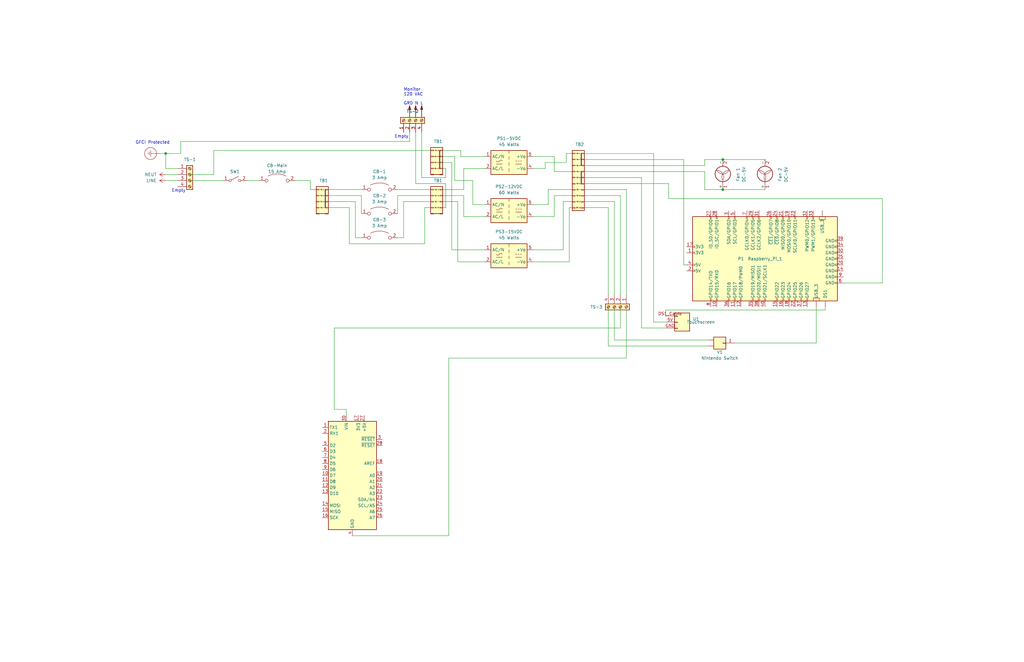
<source format=kicad_sch>
(kicad_sch (version 20230121) (generator eeschema)

  (uuid ad70d9c8-e052-475d-87b0-b315bbcc2009)

  (paper "B")

  (lib_symbols
    (symbol "BAC05S05DC_1" (in_bom yes) (on_board yes)
      (property "Reference" "PS?" (at 0 9.9271 0)
        (effects (font (size 1.27 1.27)))
      )
      (property "Value" "BAC05S05DC_1" (at 0 7.3871 0)
        (effects (font (size 1.27 1.27)))
      )
      (property "Footprint" "Converter_ACDC:Converter_ACDC_Murata_BAC05SxxDC_THT" (at 0 -8.89 0)
        (effects (font (size 1.27 1.27)) hide)
      )
      (property "Datasheet" "https://www.murata.com/products/productdata/8809982558238/KAC-BAC05.pdf" (at 0 -11.43 0)
        (effects (font (size 1.27 1.27)) hide)
      )
      (property "ki_keywords" "Miniature Module-type Power Supply muRataPs" (at 0 0 0)
        (effects (font (size 1.27 1.27)) hide)
      )
      (property "ki_description" "5V, 1A, 5W, Isolated, AC-DC" (at 0 0 0)
        (effects (font (size 1.27 1.27)) hide)
      )
      (property "ki_fp_filters" "Converter*ACDC*Murata*BAC05S*DC*THT*" (at 0 0 0)
        (effects (font (size 1.27 1.27)) hide)
      )
      (symbol "BAC05S05DC_1_0_1"
        (rectangle (start -7.62 5.08) (end 7.62 -5.08)
          (stroke (width 0.254) (type default))
          (fill (type background))
        )
        (arc (start -5.334 0.635) (mid -4.699 0.2495) (end -4.064 0.635)
          (stroke (width 0) (type default))
          (fill (type none))
        )
        (arc (start -2.794 0.635) (mid -3.429 1.0072) (end -4.064 0.635)
          (stroke (width 0) (type default))
          (fill (type none))
        )
        (polyline
          (pts
            (xy -5.334 -0.635)
            (xy -2.794 -0.635)
          )
          (stroke (width 0) (type default))
          (fill (type none))
        )
        (polyline
          (pts
            (xy 0 -2.54)
            (xy 0 -3.81)
          )
          (stroke (width 0) (type default))
          (fill (type none))
        )
        (polyline
          (pts
            (xy 0 0)
            (xy 0 -1.27)
          )
          (stroke (width 0) (type default))
          (fill (type none))
        )
        (polyline
          (pts
            (xy 0 2.54)
            (xy 0 1.27)
          )
          (stroke (width 0) (type default))
          (fill (type none))
        )
        (polyline
          (pts
            (xy 0 5.08)
            (xy 0 3.81)
          )
          (stroke (width 0) (type default))
          (fill (type none))
        )
        (polyline
          (pts
            (xy 2.794 -0.635)
            (xy 5.334 -0.635)
          )
          (stroke (width 0) (type default))
          (fill (type none))
        )
        (polyline
          (pts
            (xy 2.794 0.635)
            (xy 3.302 0.635)
          )
          (stroke (width 0) (type default))
          (fill (type none))
        )
        (polyline
          (pts
            (xy 3.81 0.635)
            (xy 4.318 0.635)
          )
          (stroke (width 0) (type default))
          (fill (type none))
        )
        (polyline
          (pts
            (xy 4.826 0.635)
            (xy 5.334 0.635)
          )
          (stroke (width 0) (type default))
          (fill (type none))
        )
      )
      (symbol "BAC05S05DC_1_1_1"
        (pin power_in line (at -10.16 2.54 0) (length 2.54)
          (name "AC/N" (effects (font (size 1.27 1.27))))
          (number "1" (effects (font (size 1.27 1.27))))
        )
        (pin power_in line (at -10.16 -2.54 0) (length 2.54)
          (name "AC/L" (effects (font (size 1.27 1.27))))
          (number "2" (effects (font (size 1.27 1.27))))
        )
        (pin no_connect line (at 7.62 0 180) (length 2.54) hide
          (name "NC" (effects (font (size 1.27 1.27))))
          (number "3" (effects (font (size 1.27 1.27))))
        )
        (pin power_out line (at 10.16 -2.54 180) (length 2.54)
          (name "-Vo" (effects (font (size 1.27 1.27))))
          (number "4" (effects (font (size 1.27 1.27))))
        )
        (pin power_out line (at 10.16 2.54 180) (length 2.54)
          (name "+Vo" (effects (font (size 1.27 1.27))))
          (number "5" (effects (font (size 1.27 1.27))))
        )
      )
    )
    (symbol "Conn_01x01_2" (pin_names (offset 1.016) hide) (in_bom yes) (on_board yes)
      (property "Reference" "U1" (at 0 3.81 0)
        (effects (font (size 1.27 1.27)) (justify left))
      )
      (property "Value" "Touchscreen" (at -3.81 -6.35 0)
        (effects (font (size 1.27 1.27)) (justify left))
      )
      (property "Footprint" "" (at 0 0 0)
        (effects (font (size 1.27 1.27)) hide)
      )
      (property "Datasheet" "" (at 0 0 0)
        (effects (font (size 1.27 1.27)) hide)
      )
      (property "ki_keywords" "connector" (at 0 0 0)
        (effects (font (size 1.27 1.27)) hide)
      )
      (property "ki_description" "Generic connector, single row, 01x01, script generated (kicad-library-utils/schlib/autogen/connector/)" (at 0 0 0)
        (effects (font (size 1.27 1.27)) hide)
      )
      (property "ki_fp_filters" "Connector*:*_1x??_*" (at 0 0 0)
        (effects (font (size 1.27 1.27)) hide)
      )
      (symbol "Conn_01x01_2_1_1"
        (rectangle (start -1.27 -3.81) (end 0 -4.064)
          (stroke (width 0.1524) (type default))
          (fill (type none))
        )
        (rectangle (start -1.27 -1.27) (end 0 -1.524)
          (stroke (width 0.1524) (type default))
          (fill (type none))
        )
        (rectangle (start -1.27 1.27) (end 0 1.016)
          (stroke (width 0.1524) (type default))
          (fill (type none))
        )
        (rectangle (start -1.27 2.54) (end 5.08 -5.08)
          (stroke (width 0.254) (type default))
          (fill (type background))
        )
        (pin power_in line (at -5.08 -1.27 0) (length 3.81)
          (name "" (effects (font (size 1.27 1.27))))
          (number "5V" (effects (font (size 1.27 1.27))))
        )
        (pin input line (at -5.08 1.27 0) (length 3.81)
          (name "USB" (effects (font (size 1.27 1.27))))
          (number "DS1_Cable" (effects (font (size 1.27 1.27))))
        )
        (pin input line (at -5.08 -3.81 0) (length 3.81)
          (name "" (effects (font (size 1.27 1.27))))
          (number "GND" (effects (font (size 1.27 1.27))))
        )
      )
    )
    (symbol "Conn_01x01_3" (pin_names (offset 1.016) hide) (in_bom yes) (on_board yes)
      (property "Reference" "V?" (at -1.27 7.62 0)
        (effects (font (size 1.27 1.27)))
      )
      (property "Value" "Nintendo Switch" (at -1.27 5.08 0)
        (effects (font (size 1.27 1.27)))
      )
      (property "Footprint" "" (at 0 0 0)
        (effects (font (size 1.27 1.27)) hide)
      )
      (property "Datasheet" "" (at 0 0 0)
        (effects (font (size 1.27 1.27)) hide)
      )
      (property "ki_keywords" "connector" (at 0 0 0)
        (effects (font (size 1.27 1.27)) hide)
      )
      (property "ki_description" "Generic connector, single row, 01x01, script generated (kicad-library-utils/schlib/autogen/connector/)" (at 0 0 0)
        (effects (font (size 1.27 1.27)) hide)
      )
      (property "ki_fp_filters" "Connector*:*_1x??_*" (at 0 0 0)
        (effects (font (size 1.27 1.27)) hide)
      )
      (symbol "Conn_01x01_3_1_1"
        (rectangle (start -1.27 0.127) (end 0 -0.127)
          (stroke (width 0.1524) (type default))
          (fill (type none))
        )
        (rectangle (start -1.27 2.54) (end 3.81 -2.54)
          (stroke (width 0.254) (type default))
          (fill (type background))
        )
        (pin power_in line (at 6.35 -1.27 180) (length 2.54)
          (name "" (effects (font (size 1.27 1.27))))
          (number "" (effects (font (size 1.27 1.27))))
        )
        (pin power_in line (at 6.35 1.27 180) (length 2.54)
          (name "" (effects (font (size 1.27 1.27))))
          (number "" (effects (font (size 1.27 1.27))))
        )
        (pin input line (at -5.08 0 0) (length 3.81)
          (name "USB" (effects (font (size 1.27 1.27))))
          (number "1" (effects (font (size 1.27 1.27))))
        )
      )
    )
    (symbol "Connector:Raspberry_Pi_2_3" (pin_names (offset 1.016)) (in_bom yes) (on_board yes)
      (property "Reference" "P?" (at -39.37 10.9095 90)
        (effects (font (size 1.27 1.27)))
      )
      (property "Value" "Raspberry_Pi_1" (at -39.37 8.3695 90)
        (effects (font (size 1.27 1.27)))
      )
      (property "Footprint" "" (at 0 0 0)
        (effects (font (size 1.27 1.27)) hide)
      )
      (property "Datasheet" "https://www.raspberrypi.org/documentation/hardware/raspberrypi/schematics/rpi_SCH_3bplus_1p0_reduced.pdf" (at 0 0 0)
        (effects (font (size 1.27 1.27)) hide)
      )
      (property "ki_keywords" "raspberrypi gpio" (at 0 0 0)
        (effects (font (size 1.27 1.27)) hide)
      )
      (property "ki_description" "expansion header for Raspberry Pi 2 & 3" (at 0 0 0)
        (effects (font (size 1.27 1.27)) hide)
      )
      (property "ki_fp_filters" "PinHeader*2x20*P2.54mm*Vertical* PinSocket*2x20*P2.54mm*Vertical*" (at 0 0 0)
        (effects (font (size 1.27 1.27)) hide)
      )
      (symbol "Raspberry_Pi_2_3_0_1"
        (rectangle (start -17.78 30.48) (end 17.78 -30.48)
          (stroke (width 0.254) (type default))
          (fill (type background))
        )
      )
      (symbol "Raspberry_Pi_2_3_1_1"
        (rectangle (start -17.78 -20.32) (end -16.51 -22.86)
          (stroke (width 0) (type default))
          (fill (type none))
        )
        (rectangle (start -16.891 -17.526) (end -17.78 -18.034)
          (stroke (width 0) (type default))
          (fill (type none))
        )
        (rectangle (start -16.891 -14.986) (end -17.78 -15.494)
          (stroke (width 0) (type default))
          (fill (type none))
        )
        (rectangle (start -16.891 -12.446) (end -17.78 -12.954)
          (stroke (width 0) (type default))
          (fill (type none))
        )
        (rectangle (start -16.891 -9.906) (end -17.78 -10.414)
          (stroke (width 0) (type default))
          (fill (type none))
        )
        (rectangle (start -16.891 -7.366) (end -17.78 -7.874)
          (stroke (width 0) (type default))
          (fill (type none))
        )
        (rectangle (start -16.891 -4.826) (end -17.78 -5.334)
          (stroke (width 0) (type default))
          (fill (type none))
        )
        (rectangle (start -16.891 0.254) (end -17.78 -0.254)
          (stroke (width 0) (type default))
          (fill (type none))
        )
        (rectangle (start -16.891 2.794) (end -17.78 2.286)
          (stroke (width 0) (type default))
          (fill (type none))
        )
        (rectangle (start -16.891 5.334) (end -17.78 4.826)
          (stroke (width 0) (type default))
          (fill (type none))
        )
        (rectangle (start -16.891 10.414) (end -17.78 9.906)
          (stroke (width 0) (type default))
          (fill (type none))
        )
        (rectangle (start -16.891 12.954) (end -17.78 12.446)
          (stroke (width 0) (type default))
          (fill (type none))
        )
        (rectangle (start -16.891 15.494) (end -17.78 14.986)
          (stroke (width 0) (type default))
          (fill (type none))
        )
        (rectangle (start -16.891 20.574) (end -17.78 20.066)
          (stroke (width 0) (type default))
          (fill (type none))
        )
        (rectangle (start -16.891 23.114) (end -17.78 22.606)
          (stroke (width 0) (type default))
          (fill (type none))
        )
        (rectangle (start -10.414 -29.591) (end -9.906 -30.48)
          (stroke (width 0) (type default))
          (fill (type none))
        )
        (rectangle (start -7.874 -29.591) (end -7.366 -30.48)
          (stroke (width 0) (type default))
          (fill (type none))
        )
        (rectangle (start -5.334 -29.591) (end -4.826 -30.48)
          (stroke (width 0) (type default))
          (fill (type none))
        )
        (rectangle (start -5.334 30.48) (end -4.826 29.591)
          (stroke (width 0) (type default))
          (fill (type none))
        )
        (rectangle (start -2.794 -29.591) (end -2.286 -30.48)
          (stroke (width 0) (type default))
          (fill (type none))
        )
        (rectangle (start -2.794 30.48) (end -2.286 29.591)
          (stroke (width 0) (type default))
          (fill (type none))
        )
        (rectangle (start -0.254 -29.591) (end 0.254 -30.48)
          (stroke (width 0) (type default))
          (fill (type none))
        )
        (rectangle (start 2.286 -29.591) (end 2.794 -30.48)
          (stroke (width 0) (type default))
          (fill (type none))
        )
        (rectangle (start 2.286 30.48) (end 2.794 29.591)
          (stroke (width 0) (type default))
          (fill (type none))
        )
        (rectangle (start 4.826 -29.591) (end 5.334 -30.48)
          (stroke (width 0) (type default))
          (fill (type none))
        )
        (rectangle (start 4.826 30.48) (end 5.334 29.591)
          (stroke (width 0) (type default))
          (fill (type none))
        )
        (rectangle (start 7.366 -29.591) (end 7.874 -30.48)
          (stroke (width 0) (type default))
          (fill (type none))
        )
        (rectangle (start 16.51 -22.86) (end 17.78 -25.4)
          (stroke (width 0) (type default))
          (fill (type none))
        )
        (rectangle (start 17.78 -20.066) (end 16.891 -20.574)
          (stroke (width 0) (type default))
          (fill (type none))
        )
        (rectangle (start 17.78 -17.526) (end 16.891 -18.034)
          (stroke (width 0) (type default))
          (fill (type none))
        )
        (rectangle (start 17.78 -12.446) (end 16.891 -12.954)
          (stroke (width 0) (type default))
          (fill (type none))
        )
        (rectangle (start 17.78 -9.906) (end 16.891 -10.414)
          (stroke (width 0) (type default))
          (fill (type none))
        )
        (rectangle (start 17.78 -7.366) (end 16.891 -7.874)
          (stroke (width 0) (type default))
          (fill (type none))
        )
        (rectangle (start 17.78 -4.826) (end 16.891 -5.334)
          (stroke (width 0) (type default))
          (fill (type none))
        )
        (rectangle (start 17.78 -2.286) (end 16.891 -2.794)
          (stroke (width 0) (type default))
          (fill (type none))
        )
        (rectangle (start 17.78 2.794) (end 16.891 2.286)
          (stroke (width 0) (type default))
          (fill (type none))
        )
        (rectangle (start 17.78 5.334) (end 16.891 4.826)
          (stroke (width 0) (type default))
          (fill (type none))
        )
        (rectangle (start 17.78 7.874) (end 16.891 7.366)
          (stroke (width 0) (type default))
          (fill (type none))
        )
        (rectangle (start 17.78 12.954) (end 16.891 12.446)
          (stroke (width 0) (type default))
          (fill (type none))
        )
        (rectangle (start 17.78 15.494) (end 16.891 14.986)
          (stroke (width 0) (type default))
          (fill (type none))
        )
        (rectangle (start 17.78 20.574) (end 16.891 20.066)
          (stroke (width 0) (type default))
          (fill (type none))
        )
        (rectangle (start 17.78 23.114) (end 16.891 22.606)
          (stroke (width 0) (type default))
          (fill (type none))
        )
        (pin bidirectional line (at -20.32 -25.4 0) (length 2.54)
          (name "DS1" (effects (font (size 1.27 1.27))))
          (number "" (effects (font (size 1.27 1.27))))
        )
        (pin bidirectional line (at -20.32 -21.59 0) (length 2.54)
          (name "USB_3" (effects (font (size 1.27 1.27))))
          (number "" (effects (font (size 1.27 1.27))))
        )
        (pin bidirectional line (at 20.32 -24.13 180) (length 2.54)
          (name "USB_3" (effects (font (size 1.27 1.27))))
          (number "" (effects (font (size 1.27 1.27))))
        )
        (pin power_in line (at 2.54 33.02 270) (length 2.54)
          (name "3V3" (effects (font (size 1.27 1.27))))
          (number "1" (effects (font (size 1.27 1.27))))
        )
        (pin bidirectional line (at -20.32 20.32 0) (length 2.54)
          (name "GPIO15/RXD" (effects (font (size 1.27 1.27))))
          (number "10" (effects (font (size 1.27 1.27))))
        )
        (pin bidirectional line (at -20.32 12.7 0) (length 2.54)
          (name "GPIO17" (effects (font (size 1.27 1.27))))
          (number "11" (effects (font (size 1.27 1.27))))
        )
        (pin bidirectional line (at -20.32 10.16 0) (length 2.54)
          (name "GPIO18/PWM0" (effects (font (size 1.27 1.27))))
          (number "12" (effects (font (size 1.27 1.27))))
        )
        (pin bidirectional line (at -20.32 -17.78 0) (length 2.54)
          (name "GPIO27" (effects (font (size 1.27 1.27))))
          (number "13" (effects (font (size 1.27 1.27))))
        )
        (pin power_in line (at -5.08 -33.02 90) (length 2.54)
          (name "GND" (effects (font (size 1.27 1.27))))
          (number "14" (effects (font (size 1.27 1.27))))
        )
        (pin bidirectional line (at -20.32 -5.08 0) (length 2.54)
          (name "GPIO22" (effects (font (size 1.27 1.27))))
          (number "15" (effects (font (size 1.27 1.27))))
        )
        (pin bidirectional line (at -20.32 -7.62 0) (length 2.54)
          (name "GPIO23" (effects (font (size 1.27 1.27))))
          (number "16" (effects (font (size 1.27 1.27))))
        )
        (pin power_in line (at 5.08 33.02 270) (length 2.54)
          (name "3V3" (effects (font (size 1.27 1.27))))
          (number "17" (effects (font (size 1.27 1.27))))
        )
        (pin bidirectional line (at -20.32 -10.16 0) (length 2.54)
          (name "GPIO24" (effects (font (size 1.27 1.27))))
          (number "18" (effects (font (size 1.27 1.27))))
        )
        (pin bidirectional line (at 20.32 -10.16 180) (length 2.54)
          (name "MOSI0/GPIO10" (effects (font (size 1.27 1.27))))
          (number "19" (effects (font (size 1.27 1.27))))
        )
        (pin power_in line (at -5.08 33.02 270) (length 2.54)
          (name "5V" (effects (font (size 1.27 1.27))))
          (number "2" (effects (font (size 1.27 1.27))))
        )
        (pin power_in line (at -2.54 -33.02 90) (length 2.54)
          (name "GND" (effects (font (size 1.27 1.27))))
          (number "20" (effects (font (size 1.27 1.27))))
        )
        (pin bidirectional line (at 20.32 -7.62 180) (length 2.54)
          (name "MISO0/GPIO9" (effects (font (size 1.27 1.27))))
          (number "21" (effects (font (size 1.27 1.27))))
        )
        (pin bidirectional line (at -20.32 -12.7 0) (length 2.54)
          (name "GPIO25" (effects (font (size 1.27 1.27))))
          (number "22" (effects (font (size 1.27 1.27))))
        )
        (pin bidirectional line (at 20.32 -12.7 180) (length 2.54)
          (name "SCLK0/GPIO11" (effects (font (size 1.27 1.27))))
          (number "23" (effects (font (size 1.27 1.27))))
        )
        (pin bidirectional line (at 20.32 -5.08 180) (length 2.54)
          (name "~{CE0}/GPIO8" (effects (font (size 1.27 1.27))))
          (number "24" (effects (font (size 1.27 1.27))))
        )
        (pin power_in line (at 0 -33.02 90) (length 2.54)
          (name "GND" (effects (font (size 1.27 1.27))))
          (number "25" (effects (font (size 1.27 1.27))))
        )
        (pin bidirectional line (at 20.32 -2.54 180) (length 2.54)
          (name "~{CE1}/GPIO7" (effects (font (size 1.27 1.27))))
          (number "26" (effects (font (size 1.27 1.27))))
        )
        (pin bidirectional line (at 20.32 22.86 180) (length 2.54)
          (name "ID_SD/GPIO0" (effects (font (size 1.27 1.27))))
          (number "27" (effects (font (size 1.27 1.27))))
        )
        (pin bidirectional line (at 20.32 20.32 180) (length 2.54)
          (name "ID_SC/GPIO1" (effects (font (size 1.27 1.27))))
          (number "28" (effects (font (size 1.27 1.27))))
        )
        (pin bidirectional line (at 20.32 5.08 180) (length 2.54)
          (name "GCLK1/GPIO5" (effects (font (size 1.27 1.27))))
          (number "29" (effects (font (size 1.27 1.27))))
        )
        (pin bidirectional line (at 20.32 15.24 180) (length 2.54)
          (name "SDA/GPIO2" (effects (font (size 1.27 1.27))))
          (number "3" (effects (font (size 1.27 1.27))))
        )
        (pin power_in line (at 2.54 -33.02 90) (length 2.54)
          (name "GND" (effects (font (size 1.27 1.27))))
          (number "30" (effects (font (size 1.27 1.27))))
        )
        (pin bidirectional line (at 20.32 2.54 180) (length 2.54)
          (name "GCLK2/GPIO6" (effects (font (size 1.27 1.27))))
          (number "31" (effects (font (size 1.27 1.27))))
        )
        (pin bidirectional line (at 20.32 -17.78 180) (length 2.54)
          (name "PWM0/GPIO12" (effects (font (size 1.27 1.27))))
          (number "32" (effects (font (size 1.27 1.27))))
        )
        (pin bidirectional line (at 20.32 -20.32 180) (length 2.54)
          (name "PWM1/GPIO13" (effects (font (size 1.27 1.27))))
          (number "33" (effects (font (size 1.27 1.27))))
        )
        (pin power_in line (at 5.08 -33.02 90) (length 2.54)
          (name "GND" (effects (font (size 1.27 1.27))))
          (number "34" (effects (font (size 1.27 1.27))))
        )
        (pin bidirectional line (at -20.32 5.08 0) (length 2.54)
          (name "GPIO19/MISO1" (effects (font (size 1.27 1.27))))
          (number "35" (effects (font (size 1.27 1.27))))
        )
        (pin bidirectional line (at -20.32 15.24 0) (length 2.54)
          (name "GPIO16" (effects (font (size 1.27 1.27))))
          (number "36" (effects (font (size 1.27 1.27))))
        )
        (pin bidirectional line (at -20.32 -15.24 0) (length 2.54)
          (name "GPIO26" (effects (font (size 1.27 1.27))))
          (number "37" (effects (font (size 1.27 1.27))))
        )
        (pin bidirectional line (at -20.32 2.54 0) (length 2.54)
          (name "GPIO20/MOSI1" (effects (font (size 1.27 1.27))))
          (number "38" (effects (font (size 1.27 1.27))))
        )
        (pin power_in line (at 7.62 -33.02 90) (length 2.54)
          (name "GND" (effects (font (size 1.27 1.27))))
          (number "39" (effects (font (size 1.27 1.27))))
        )
        (pin power_in line (at -2.54 33.02 270) (length 2.54)
          (name "5V" (effects (font (size 1.27 1.27))))
          (number "4" (effects (font (size 1.27 1.27))))
        )
        (pin bidirectional line (at -20.32 0 0) (length 2.54)
          (name "GPIO21/SCLK1" (effects (font (size 1.27 1.27))))
          (number "40" (effects (font (size 1.27 1.27))))
        )
        (pin bidirectional line (at 20.32 12.7 180) (length 2.54)
          (name "SCL/GPIO3" (effects (font (size 1.27 1.27))))
          (number "5" (effects (font (size 1.27 1.27))))
        )
        (pin power_in line (at -10.16 -33.02 90) (length 2.54)
          (name "GND" (effects (font (size 1.27 1.27))))
          (number "6" (effects (font (size 1.27 1.27))))
        )
        (pin bidirectional line (at 20.32 7.62 180) (length 2.54)
          (name "GCLK0/GPIO4" (effects (font (size 1.27 1.27))))
          (number "7" (effects (font (size 1.27 1.27))))
        )
        (pin bidirectional line (at -20.32 22.86 0) (length 2.54)
          (name "GPIO14/TXD" (effects (font (size 1.27 1.27))))
          (number "8" (effects (font (size 1.27 1.27))))
        )
        (pin power_in line (at -7.62 -33.02 90) (length 2.54)
          (name "GND" (effects (font (size 1.27 1.27))))
          (number "9" (effects (font (size 1.27 1.27))))
        )
      )
    )
    (symbol "Connector:Screw_Terminal_01x04" (pin_names (offset 1.016) hide) (in_bom yes) (on_board yes)
      (property "Reference" "J" (at 0 5.08 0)
        (effects (font (size 1.27 1.27)))
      )
      (property "Value" "Screw_Terminal_01x04" (at 0 -7.62 0)
        (effects (font (size 1.27 1.27)))
      )
      (property "Footprint" "" (at 0 0 0)
        (effects (font (size 1.27 1.27)) hide)
      )
      (property "Datasheet" "~" (at 0 0 0)
        (effects (font (size 1.27 1.27)) hide)
      )
      (property "ki_keywords" "screw terminal" (at 0 0 0)
        (effects (font (size 1.27 1.27)) hide)
      )
      (property "ki_description" "Generic screw terminal, single row, 01x04, script generated (kicad-library-utils/schlib/autogen/connector/)" (at 0 0 0)
        (effects (font (size 1.27 1.27)) hide)
      )
      (property "ki_fp_filters" "TerminalBlock*:*" (at 0 0 0)
        (effects (font (size 1.27 1.27)) hide)
      )
      (symbol "Screw_Terminal_01x04_1_1"
        (rectangle (start -1.27 3.81) (end 1.27 -6.35)
          (stroke (width 0.254) (type default))
          (fill (type background))
        )
        (circle (center 0 -5.08) (radius 0.635)
          (stroke (width 0.1524) (type default))
          (fill (type none))
        )
        (circle (center 0 -2.54) (radius 0.635)
          (stroke (width 0.1524) (type default))
          (fill (type none))
        )
        (polyline
          (pts
            (xy -0.5334 -4.7498)
            (xy 0.3302 -5.588)
          )
          (stroke (width 0.1524) (type default))
          (fill (type none))
        )
        (polyline
          (pts
            (xy -0.5334 -2.2098)
            (xy 0.3302 -3.048)
          )
          (stroke (width 0.1524) (type default))
          (fill (type none))
        )
        (polyline
          (pts
            (xy -0.5334 0.3302)
            (xy 0.3302 -0.508)
          )
          (stroke (width 0.1524) (type default))
          (fill (type none))
        )
        (polyline
          (pts
            (xy -0.5334 2.8702)
            (xy 0.3302 2.032)
          )
          (stroke (width 0.1524) (type default))
          (fill (type none))
        )
        (polyline
          (pts
            (xy -0.3556 -4.572)
            (xy 0.508 -5.4102)
          )
          (stroke (width 0.1524) (type default))
          (fill (type none))
        )
        (polyline
          (pts
            (xy -0.3556 -2.032)
            (xy 0.508 -2.8702)
          )
          (stroke (width 0.1524) (type default))
          (fill (type none))
        )
        (polyline
          (pts
            (xy -0.3556 0.508)
            (xy 0.508 -0.3302)
          )
          (stroke (width 0.1524) (type default))
          (fill (type none))
        )
        (polyline
          (pts
            (xy -0.3556 3.048)
            (xy 0.508 2.2098)
          )
          (stroke (width 0.1524) (type default))
          (fill (type none))
        )
        (circle (center 0 0) (radius 0.635)
          (stroke (width 0.1524) (type default))
          (fill (type none))
        )
        (circle (center 0 2.54) (radius 0.635)
          (stroke (width 0.1524) (type default))
          (fill (type none))
        )
        (pin passive line (at -5.08 2.54 0) (length 3.81)
          (name "Pin_1" (effects (font (size 1.27 1.27))))
          (number "1" (effects (font (size 1.27 1.27))))
        )
        (pin passive line (at -5.08 0 0) (length 3.81)
          (name "Pin_2" (effects (font (size 1.27 1.27))))
          (number "2" (effects (font (size 1.27 1.27))))
        )
        (pin passive line (at -5.08 -2.54 0) (length 3.81)
          (name "Pin_3" (effects (font (size 1.27 1.27))))
          (number "3" (effects (font (size 1.27 1.27))))
        )
        (pin passive line (at -5.08 -5.08 0) (length 3.81)
          (name "Pin_4" (effects (font (size 1.27 1.27))))
          (number "4" (effects (font (size 1.27 1.27))))
        )
      )
    )
    (symbol "DIN41612_02x10_ZB_1" (pin_names (offset 1.016)) (in_bom yes) (on_board yes)
      (property "Reference" "J?" (at 1.27 16.51 0)
        (effects (font (size 1.27 1.27)) hide)
      )
      (property "Value" "TB1" (at 0 13.97 0)
        (effects (font (size 1.27 1.27)) (justify left))
      )
      (property "Footprint" "" (at 0 0 0)
        (effects (font (size 1.27 1.27)) hide)
      )
      (property "Datasheet" "~" (at 0 0 0)
        (effects (font (size 1.27 1.27)) hide)
      )
      (property "ki_keywords" "connector" (at 0 0 0)
        (effects (font (size 1.27 1.27)) hide)
      )
      (property "ki_description" "DIN41612 connector, double row (ZB), 02x10, script generated (kicad-library-utils/schlib/autogen/connector/)" (at 0 0 0)
        (effects (font (size 1.27 1.27)) hide)
      )
      (property "ki_fp_filters" "DIN41612*2x*" (at 0 0 0)
        (effects (font (size 1.27 1.27)) hide)
      )
      (symbol "DIN41612_02x10_ZB_1_0_0"
        (text "TB1-1" (at 1.27 10.16 0)
          (effects (font (size 0.35 0.35)))
        )
        (text "TB1-2" (at 1.27 7.62 0)
          (effects (font (size 0.35 0.35)))
        )
        (text "TB1-3" (at 1.27 5.08 0)
          (effects (font (size 0.35 0.35)))
        )
        (text "TB1-4" (at 1.27 2.54 0)
          (effects (font (size 0.35 0.35)))
        )
      )
      (symbol "DIN41612_02x10_ZB_1_1_1"
        (rectangle (start -1.27 0.127) (end 0 -0.127)
          (stroke (width 0.1524) (type default))
          (fill (type none))
        )
        (rectangle (start -1.27 2.667) (end 0 2.413)
          (stroke (width 0.1524) (type default))
          (fill (type none))
        )
        (rectangle (start -1.27 5.207) (end 0 4.953)
          (stroke (width 0.1524) (type default))
          (fill (type none))
        )
        (rectangle (start -1.27 7.747) (end 0 7.493)
          (stroke (width 0.1524) (type default))
          (fill (type none))
        )
        (rectangle (start -1.27 10.287) (end 0 10.033)
          (stroke (width 0.1524) (type default))
          (fill (type none))
        )
        (rectangle (start -1.27 11.43) (end 3.81 0)
          (stroke (width 0.254) (type default))
          (fill (type background))
        )
        (rectangle (start 3.81 0.127) (end 2.54 -0.127)
          (stroke (width 0.1524) (type default))
          (fill (type none))
        )
        (rectangle (start 3.81 2.667) (end 2.54 2.413)
          (stroke (width 0.1524) (type default))
          (fill (type none))
        )
        (rectangle (start 3.81 5.207) (end 2.54 4.953)
          (stroke (width 0.1524) (type default))
          (fill (type none))
        )
        (rectangle (start 3.81 7.747) (end 2.54 7.493)
          (stroke (width 0.1524) (type default))
          (fill (type none))
        )
        (rectangle (start 3.81 10.287) (end 2.54 10.033)
          (stroke (width 0.1524) (type default))
          (fill (type none))
        )
      )
    )
    (symbol "DIN41612_02x10_ZB_2" (pin_names (offset 1.016)) (in_bom yes) (on_board yes)
      (property "Reference" "J?" (at 1.27 16.51 0)
        (effects (font (size 1.27 1.27)) hide)
      )
      (property "Value" "DIN41612_02x10_ZB_2" (at 0 13.97 0)
        (effects (font (size 1.27 1.27)) (justify left))
      )
      (property "Footprint" "" (at 0 0 0)
        (effects (font (size 1.27 1.27)) hide)
      )
      (property "Datasheet" "~" (at 0 0 0)
        (effects (font (size 1.27 1.27)) hide)
      )
      (property "ki_keywords" "connector" (at 0 0 0)
        (effects (font (size 1.27 1.27)) hide)
      )
      (property "ki_description" "DIN41612 connector, double row (ZB), 02x10, script generated (kicad-library-utils/schlib/autogen/connector/)" (at 0 0 0)
        (effects (font (size 1.27 1.27)) hide)
      )
      (property "ki_fp_filters" "DIN41612*2x*" (at 0 0 0)
        (effects (font (size 1.27 1.27)) hide)
      )
      (symbol "DIN41612_02x10_ZB_2_0_0"
        (text "TB1-5" (at 1.27 10.16 0)
          (effects (font (size 0.35 0.35)))
        )
        (text "TB1-6" (at 1.27 7.62 0)
          (effects (font (size 0.35 0.35)))
        )
        (text "TB1-7" (at 1.27 5.08 0)
          (effects (font (size 0.35 0.35)))
        )
        (text "TB1-8" (at 1.27 2.54 0)
          (effects (font (size 0.35 0.35)))
        )
      )
      (symbol "DIN41612_02x10_ZB_2_1_1"
        (rectangle (start -1.27 0.127) (end 0 -0.127)
          (stroke (width 0.1524) (type default))
          (fill (type none))
        )
        (rectangle (start -1.27 2.667) (end 0 2.413)
          (stroke (width 0.1524) (type default))
          (fill (type none))
        )
        (rectangle (start -1.27 5.207) (end 0 4.953)
          (stroke (width 0.1524) (type default))
          (fill (type none))
        )
        (rectangle (start -1.27 7.747) (end 0 7.493)
          (stroke (width 0.1524) (type default))
          (fill (type none))
        )
        (rectangle (start -1.27 10.287) (end 0 10.033)
          (stroke (width 0.1524) (type default))
          (fill (type none))
        )
        (rectangle (start -1.27 11.43) (end 3.81 0)
          (stroke (width 0.254) (type default))
          (fill (type background))
        )
        (rectangle (start 3.81 0.127) (end 2.54 -0.127)
          (stroke (width 0.1524) (type default))
          (fill (type none))
        )
        (rectangle (start 3.81 2.667) (end 2.54 2.413)
          (stroke (width 0.1524) (type default))
          (fill (type none))
        )
        (rectangle (start 3.81 5.207) (end 2.54 4.953)
          (stroke (width 0.1524) (type default))
          (fill (type none))
        )
        (rectangle (start 3.81 7.747) (end 2.54 7.493)
          (stroke (width 0.1524) (type default))
          (fill (type none))
        )
        (rectangle (start 3.81 10.287) (end 2.54 10.033)
          (stroke (width 0.1524) (type default))
          (fill (type none))
        )
      )
    )
    (symbol "DIN41612_02x10_ZB_3" (pin_names (offset 1.016)) (in_bom yes) (on_board yes)
      (property "Reference" "J?" (at 1.27 16.51 0)
        (effects (font (size 1.27 1.27)) hide)
      )
      (property "Value" "TB1" (at 0 13.97 0)
        (effects (font (size 1.27 1.27)) (justify left))
      )
      (property "Footprint" "" (at 0 0 0)
        (effects (font (size 1.27 1.27)) hide)
      )
      (property "Datasheet" "~" (at 0 0 0)
        (effects (font (size 1.27 1.27)) hide)
      )
      (property "ki_keywords" "connector" (at 0 0 0)
        (effects (font (size 1.27 1.27)) hide)
      )
      (property "ki_description" "DIN41612 connector, double row (ZB), 02x10, script generated (kicad-library-utils/schlib/autogen/connector/)" (at 0 0 0)
        (effects (font (size 1.27 1.27)) hide)
      )
      (property "ki_fp_filters" "DIN41612*2x*" (at 0 0 0)
        (effects (font (size 1.27 1.27)) hide)
      )
      (symbol "DIN41612_02x10_ZB_3_0_0"
        (text "TB1-10" (at 1.27 7.62 0)
          (effects (font (size 0.35 0.35)))
        )
        (text "TB1-11" (at 1.27 5.08 0)
          (effects (font (size 0.35 0.35)))
        )
        (text "TB1-12" (at 1.27 2.54 0)
          (effects (font (size 0.35 0.35)))
        )
        (text "TB1-9" (at 1.27 10.16 0)
          (effects (font (size 0.35 0.35)))
        )
      )
      (symbol "DIN41612_02x10_ZB_3_1_1"
        (rectangle (start -1.27 0.127) (end 0 -0.127)
          (stroke (width 0.1524) (type default))
          (fill (type none))
        )
        (rectangle (start -1.27 2.667) (end 0 2.413)
          (stroke (width 0.1524) (type default))
          (fill (type none))
        )
        (rectangle (start -1.27 5.207) (end 0 4.953)
          (stroke (width 0.1524) (type default))
          (fill (type none))
        )
        (rectangle (start -1.27 7.747) (end 0 7.493)
          (stroke (width 0.1524) (type default))
          (fill (type none))
        )
        (rectangle (start -1.27 10.287) (end 0 10.033)
          (stroke (width 0.1524) (type default))
          (fill (type none))
        )
        (rectangle (start -1.27 11.43) (end 3.81 0)
          (stroke (width 0.254) (type default))
          (fill (type background))
        )
        (rectangle (start 3.81 0.127) (end 2.54 -0.127)
          (stroke (width 0.1524) (type default))
          (fill (type none))
        )
        (rectangle (start 3.81 2.667) (end 2.54 2.413)
          (stroke (width 0.1524) (type default))
          (fill (type none))
        )
        (rectangle (start 3.81 5.207) (end 2.54 4.953)
          (stroke (width 0.1524) (type default))
          (fill (type none))
        )
        (rectangle (start 3.81 7.747) (end 2.54 7.493)
          (stroke (width 0.1524) (type default))
          (fill (type none))
        )
        (rectangle (start 3.81 10.287) (end 2.54 10.033)
          (stroke (width 0.1524) (type default))
          (fill (type none))
        )
      )
    )
    (symbol "DIN41612_02x10_ZB_4" (pin_names (offset 1.016)) (in_bom yes) (on_board yes)
      (property "Reference" "J?" (at 1.27 16.51 0)
        (effects (font (size 1.27 1.27)) hide)
      )
      (property "Value" "DIN41612_02x10_ZB_4" (at 0 13.97 0)
        (effects (font (size 1.27 1.27)) (justify left))
      )
      (property "Footprint" "" (at 0 0 0)
        (effects (font (size 1.27 1.27)) hide)
      )
      (property "Datasheet" "~" (at 0 0 0)
        (effects (font (size 1.27 1.27)) hide)
      )
      (property "ki_keywords" "connector" (at 0 0 0)
        (effects (font (size 1.27 1.27)) hide)
      )
      (property "ki_description" "DIN41612 connector, double row (ZB), 02x10, script generated (kicad-library-utils/schlib/autogen/connector/)" (at 0 0 0)
        (effects (font (size 1.27 1.27)) hide)
      )
      (property "ki_fp_filters" "DIN41612*2x*" (at 0 0 0)
        (effects (font (size 1.27 1.27)) hide)
      )
      (symbol "DIN41612_02x10_ZB_4_0_0"
        (text "TB2-1" (at 1.27 10.16 0)
          (effects (font (size 0.35 0.35)))
        )
        (text "TB2-10" (at 1.27 -12.7 0)
          (effects (font (size 0.35 0.35)))
        )
        (text "TB2-2" (at 1.27 7.62 0)
          (effects (font (size 0.35 0.35)))
        )
        (text "TB2-3" (at 1.27 5.08 0)
          (effects (font (size 0.35 0.35)))
        )
        (text "TB2-4" (at 1.27 2.54 0)
          (effects (font (size 0.35 0.35)))
        )
        (text "TB2-5" (at 1.27 0 0)
          (effects (font (size 0.35 0.35)))
        )
        (text "TB2-6" (at 1.27 -2.54 0)
          (effects (font (size 0.35 0.35)))
        )
        (text "TB2-7" (at 1.27 -5.08 0)
          (effects (font (size 0.35 0.35)))
        )
        (text "TB2-8" (at 1.27 -7.62 0)
          (effects (font (size 0.35 0.35)))
        )
        (text "TB2-9" (at 1.27 -10.16 0)
          (effects (font (size 0.35 0.35)))
        )
      )
      (symbol "DIN41612_02x10_ZB_4_1_1"
        (rectangle (start -1.27 0.127) (end 0 -0.127)
          (stroke (width 0.1524) (type default))
          (fill (type none))
        )
        (rectangle (start -1.27 2.667) (end 0 2.413)
          (stroke (width 0.1524) (type default))
          (fill (type none))
        )
        (rectangle (start -1.27 5.207) (end 0 4.953)
          (stroke (width 0.1524) (type default))
          (fill (type none))
        )
        (rectangle (start -1.27 7.747) (end 0 7.493)
          (stroke (width 0.1524) (type default))
          (fill (type none))
        )
        (rectangle (start -1.27 10.287) (end 0 10.033)
          (stroke (width 0.1524) (type default))
          (fill (type none))
        )
        (rectangle (start -1.27 11.43) (end 3.81 -13.97)
          (stroke (width 0.254) (type default))
          (fill (type background))
        )
        (rectangle (start 0 -12.7) (end -1.27 -12.954)
          (stroke (width 0.1524) (type default))
          (fill (type none))
        )
        (rectangle (start 0 -10.16) (end -1.27 -10.414)
          (stroke (width 0.1524) (type default))
          (fill (type none))
        )
        (rectangle (start 0 -7.62) (end -1.27 -7.874)
          (stroke (width 0.1524) (type default))
          (fill (type none))
        )
        (rectangle (start 0 -5.08) (end -1.27 -5.334)
          (stroke (width 0.1524) (type default))
          (fill (type none))
        )
        (rectangle (start 0 -2.54) (end -1.27 -2.794)
          (stroke (width 0.1524) (type default))
          (fill (type none))
        )
        (rectangle (start 3.81 -12.7) (end 2.54 -12.954)
          (stroke (width 0.1524) (type default))
          (fill (type none))
        )
        (rectangle (start 3.81 -10.16) (end 2.54 -10.414)
          (stroke (width 0.1524) (type default))
          (fill (type none))
        )
        (rectangle (start 3.81 -7.62) (end 2.54 -7.874)
          (stroke (width 0.1524) (type default))
          (fill (type none))
        )
        (rectangle (start 3.81 -5.08) (end 2.54 -5.334)
          (stroke (width 0.1524) (type default))
          (fill (type none))
        )
        (rectangle (start 3.81 -2.54) (end 2.54 -2.794)
          (stroke (width 0.1524) (type default))
          (fill (type none))
        )
        (rectangle (start 3.81 0.127) (end 2.54 -0.127)
          (stroke (width 0.1524) (type default))
          (fill (type none))
        )
        (rectangle (start 3.81 2.667) (end 2.54 2.413)
          (stroke (width 0.1524) (type default))
          (fill (type none))
        )
        (rectangle (start 3.81 5.207) (end 2.54 4.953)
          (stroke (width 0.1524) (type default))
          (fill (type none))
        )
        (rectangle (start 3.81 7.747) (end 2.54 7.493)
          (stroke (width 0.1524) (type default))
          (fill (type none))
        )
        (rectangle (start 3.81 10.287) (end 2.54 10.033)
          (stroke (width 0.1524) (type default))
          (fill (type none))
        )
      )
    )
    (symbol "Device:CircuitBreaker_1P_US" (in_bom yes) (on_board yes)
      (property "Reference" "CB" (at 3.175 -1.27 0)
        (effects (font (size 1.27 1.27)) (justify left))
      )
      (property "Value" "CircuitBreaker_1P_US" (at 3.175 0.635 0)
        (effects (font (size 1.27 1.27)) (justify left))
      )
      (property "Footprint" "" (at 0 0 0)
        (effects (font (size 1.27 1.27)) hide)
      )
      (property "Datasheet" "~" (at 0 0 0)
        (effects (font (size 1.27 1.27)) hide)
      )
      (property "ki_keywords" "CB" (at 0 0 0)
        (effects (font (size 1.27 1.27)) hide)
      )
      (property "ki_description" "Single pole circuit breaker, US symbol" (at 0 0 0)
        (effects (font (size 1.27 1.27)) hide)
      )
      (symbol "CircuitBreaker_1P_US_0_1"
        (circle (center 0 -4.445) (radius 0.635)
          (stroke (width 0) (type default))
          (fill (type none))
        )
        (circle (center 0 4.445) (radius 0.635)
          (stroke (width 0) (type default))
          (fill (type none))
        )
        (arc (start 1.905 -3.81) (mid 2.8044 0) (end 1.905 3.81)
          (stroke (width 0) (type default))
          (fill (type none))
        )
      )
      (symbol "CircuitBreaker_1P_US_1_1"
        (pin passive line (at 0 7.62 270) (length 2.54)
          (name "~" (effects (font (size 1.27 1.27))))
          (number "1" (effects (font (size 1.27 1.27))))
        )
        (pin passive line (at 0 -7.62 90) (length 2.54)
          (name "~" (effects (font (size 1.27 1.27))))
          (number "2" (effects (font (size 1.27 1.27))))
        )
      )
    )
    (symbol "Graphic:SYM_Arrow_Normal" (pin_names (offset 1.016)) (in_bom yes) (on_board yes)
      (property "Reference" "#SYM" (at 0 1.524 0)
        (effects (font (size 1.27 1.27)) hide)
      )
      (property "Value" "SYM_Arrow_Normal" (at 0.254 -1.27 0)
        (effects (font (size 1.27 1.27)) hide)
      )
      (property "Footprint" "" (at 0 0 0)
        (effects (font (size 1.27 1.27)) hide)
      )
      (property "Datasheet" "~" (at 0 0 0)
        (effects (font (size 1.27 1.27)) hide)
      )
      (property "ki_keywords" "symbol arrow" (at 0 0 0)
        (effects (font (size 1.27 1.27)) hide)
      )
      (property "ki_description" "Filled arrow, 200mil" (at 0 0 0)
        (effects (font (size 1.27 1.27)) hide)
      )
      (symbol "SYM_Arrow_Normal_0_1"
        (polyline
          (pts
            (xy 1.524 0)
            (xy -2.54 0)
          )
          (stroke (width 0.254) (type default))
          (fill (type none))
        )
        (polyline
          (pts
            (xy 2.54 0)
            (xy 0.762 -0.508)
            (xy 0.762 0.508)
            (xy 2.54 0)
          )
          (stroke (width 0) (type default))
          (fill (type outline))
        )
      )
    )
    (symbol "MCU_Module:Arduino_Nano_Every" (in_bom yes) (on_board yes)
      (property "Reference" "A" (at -10.16 23.495 0)
        (effects (font (size 1.27 1.27)) (justify left bottom))
      )
      (property "Value" "Arduino_Nano_Every" (at 5.08 -24.13 0)
        (effects (font (size 1.27 1.27)) (justify left top))
      )
      (property "Footprint" "Module:Arduino_Nano" (at 0 0 0)
        (effects (font (size 1.27 1.27) italic) hide)
      )
      (property "Datasheet" "https://content.arduino.cc/assets/NANOEveryV3.0_sch.pdf" (at 0 0 0)
        (effects (font (size 1.27 1.27)) hide)
      )
      (property "ki_keywords" "Arduino nano microcontroller module USB UPDI AATMega4809 AVR" (at 0 0 0)
        (effects (font (size 1.27 1.27)) hide)
      )
      (property "ki_description" "Arduino Nano Every" (at 0 0 0)
        (effects (font (size 1.27 1.27)) hide)
      )
      (property "ki_fp_filters" "Arduino*Nano*" (at 0 0 0)
        (effects (font (size 1.27 1.27)) hide)
      )
      (symbol "Arduino_Nano_Every_0_1"
        (rectangle (start -10.16 22.86) (end 10.16 -22.86)
          (stroke (width 0.254) (type default))
          (fill (type background))
        )
      )
      (symbol "Arduino_Nano_Every_1_1"
        (pin bidirectional line (at -12.7 20.32 0) (length 2.54)
          (name "TX1" (effects (font (size 1.27 1.27))))
          (number "1" (effects (font (size 1.27 1.27))))
        )
        (pin bidirectional line (at -12.7 0 0) (length 2.54)
          (name "D7" (effects (font (size 1.27 1.27))))
          (number "10" (effects (font (size 1.27 1.27))))
        )
        (pin bidirectional line (at -12.7 -2.54 0) (length 2.54)
          (name "D8" (effects (font (size 1.27 1.27))))
          (number "11" (effects (font (size 1.27 1.27))))
        )
        (pin bidirectional line (at -12.7 -5.08 0) (length 2.54)
          (name "D9" (effects (font (size 1.27 1.27))))
          (number "12" (effects (font (size 1.27 1.27))))
        )
        (pin bidirectional line (at -12.7 -7.62 0) (length 2.54)
          (name "D10" (effects (font (size 1.27 1.27))))
          (number "13" (effects (font (size 1.27 1.27))))
        )
        (pin bidirectional line (at -12.7 -12.7 0) (length 2.54)
          (name "MOSI" (effects (font (size 1.27 1.27))))
          (number "14" (effects (font (size 1.27 1.27))))
        )
        (pin bidirectional line (at -12.7 -15.24 0) (length 2.54)
          (name "MISO" (effects (font (size 1.27 1.27))))
          (number "15" (effects (font (size 1.27 1.27))))
        )
        (pin bidirectional line (at -12.7 -17.78 0) (length 2.54)
          (name "SCK" (effects (font (size 1.27 1.27))))
          (number "16" (effects (font (size 1.27 1.27))))
        )
        (pin power_out line (at 2.54 25.4 270) (length 2.54)
          (name "3V3" (effects (font (size 1.27 1.27))))
          (number "17" (effects (font (size 1.27 1.27))))
        )
        (pin input line (at 12.7 5.08 180) (length 2.54)
          (name "AREF" (effects (font (size 1.27 1.27))))
          (number "18" (effects (font (size 1.27 1.27))))
        )
        (pin bidirectional line (at 12.7 0 180) (length 2.54)
          (name "A0" (effects (font (size 1.27 1.27))))
          (number "19" (effects (font (size 1.27 1.27))))
        )
        (pin bidirectional line (at -12.7 17.78 0) (length 2.54)
          (name "RX1" (effects (font (size 1.27 1.27))))
          (number "2" (effects (font (size 1.27 1.27))))
        )
        (pin bidirectional line (at 12.7 -2.54 180) (length 2.54)
          (name "A1" (effects (font (size 1.27 1.27))))
          (number "20" (effects (font (size 1.27 1.27))))
        )
        (pin bidirectional line (at 12.7 -5.08 180) (length 2.54)
          (name "A2" (effects (font (size 1.27 1.27))))
          (number "21" (effects (font (size 1.27 1.27))))
        )
        (pin bidirectional line (at 12.7 -7.62 180) (length 2.54)
          (name "A3" (effects (font (size 1.27 1.27))))
          (number "22" (effects (font (size 1.27 1.27))))
        )
        (pin bidirectional line (at 12.7 -10.16 180) (length 2.54)
          (name "SDA/A4" (effects (font (size 1.27 1.27))))
          (number "23" (effects (font (size 1.27 1.27))))
        )
        (pin bidirectional line (at 12.7 -12.7 180) (length 2.54)
          (name "SCL/A5" (effects (font (size 1.27 1.27))))
          (number "24" (effects (font (size 1.27 1.27))))
        )
        (pin bidirectional line (at 12.7 -15.24 180) (length 2.54)
          (name "A6" (effects (font (size 1.27 1.27))))
          (number "25" (effects (font (size 1.27 1.27))))
        )
        (pin bidirectional line (at 12.7 -17.78 180) (length 2.54)
          (name "A7" (effects (font (size 1.27 1.27))))
          (number "26" (effects (font (size 1.27 1.27))))
        )
        (pin power_out line (at 5.08 25.4 270) (length 2.54)
          (name "+5V" (effects (font (size 1.27 1.27))))
          (number "27" (effects (font (size 1.27 1.27))))
        )
        (pin input line (at 12.7 12.7 180) (length 2.54)
          (name "~{RESET}" (effects (font (size 1.27 1.27))))
          (number "28" (effects (font (size 1.27 1.27))))
        )
        (pin passive line (at 0 -25.4 90) (length 2.54) hide
          (name "GND" (effects (font (size 1.27 1.27))))
          (number "29" (effects (font (size 1.27 1.27))))
        )
        (pin input line (at 12.7 15.24 180) (length 2.54)
          (name "~{RESET}" (effects (font (size 1.27 1.27))))
          (number "3" (effects (font (size 1.27 1.27))))
        )
        (pin power_in line (at -2.54 25.4 270) (length 2.54)
          (name "VIN" (effects (font (size 1.27 1.27))))
          (number "30" (effects (font (size 1.27 1.27))))
        )
        (pin power_in line (at 0 -25.4 90) (length 2.54)
          (name "GND" (effects (font (size 1.27 1.27))))
          (number "4" (effects (font (size 1.27 1.27))))
        )
        (pin bidirectional line (at -12.7 12.7 0) (length 2.54)
          (name "D2" (effects (font (size 1.27 1.27))))
          (number "5" (effects (font (size 1.27 1.27))))
        )
        (pin bidirectional line (at -12.7 10.16 0) (length 2.54)
          (name "D3" (effects (font (size 1.27 1.27))))
          (number "6" (effects (font (size 1.27 1.27))))
        )
        (pin bidirectional line (at -12.7 7.62 0) (length 2.54)
          (name "D4" (effects (font (size 1.27 1.27))))
          (number "7" (effects (font (size 1.27 1.27))))
        )
        (pin bidirectional line (at -12.7 5.08 0) (length 2.54)
          (name "D5" (effects (font (size 1.27 1.27))))
          (number "8" (effects (font (size 1.27 1.27))))
        )
        (pin bidirectional line (at -12.7 2.54 0) (length 2.54)
          (name "D6" (effects (font (size 1.27 1.27))))
          (number "9" (effects (font (size 1.27 1.27))))
        )
      )
    )
    (symbol "Motor:Fan" (pin_names (offset 0)) (in_bom yes) (on_board yes)
      (property "Reference" "M" (at 2.54 5.08 0)
        (effects (font (size 1.27 1.27)) (justify left))
      )
      (property "Value" "Fan" (at 2.54 -2.54 0)
        (effects (font (size 1.27 1.27)) (justify left top))
      )
      (property "Footprint" "" (at 0 0.254 0)
        (effects (font (size 1.27 1.27)) hide)
      )
      (property "Datasheet" "~" (at 0 0.254 0)
        (effects (font (size 1.27 1.27)) hide)
      )
      (property "ki_keywords" "Fan Motor" (at 0 0 0)
        (effects (font (size 1.27 1.27)) hide)
      )
      (property "ki_description" "Fan" (at 0 0 0)
        (effects (font (size 1.27 1.27)) hide)
      )
      (property "ki_fp_filters" "PinHeader*P2.54mm* TerminalBlock*" (at 0 0 0)
        (effects (font (size 1.27 1.27)) hide)
      )
      (symbol "Fan_0_1"
        (arc (start -2.54 -0.508) (mid 0.0028 0.9121) (end 0 3.81)
          (stroke (width 0) (type default))
          (fill (type none))
        )
        (polyline
          (pts
            (xy 0 -5.08)
            (xy 0 -4.572)
          )
          (stroke (width 0) (type default))
          (fill (type none))
        )
        (polyline
          (pts
            (xy 0 -2.2352)
            (xy 0 -2.6416)
          )
          (stroke (width 0) (type default))
          (fill (type none))
        )
        (polyline
          (pts
            (xy 0 4.2672)
            (xy 0 4.6228)
          )
          (stroke (width 0) (type default))
          (fill (type none))
        )
        (polyline
          (pts
            (xy 0 4.572)
            (xy 0 5.08)
          )
          (stroke (width 0) (type default))
          (fill (type none))
        )
        (circle (center 0 1.016) (radius 3.2512)
          (stroke (width 0.254) (type default))
          (fill (type none))
        )
        (arc (start 0 3.81) (mid 0.053 0.921) (end 2.54 -0.508)
          (stroke (width 0) (type default))
          (fill (type none))
        )
        (arc (start 2.54 -0.508) (mid 0 1.0618) (end -2.54 -0.508)
          (stroke (width 0) (type default))
          (fill (type none))
        )
      )
      (symbol "Fan_1_1"
        (pin passive line (at 0 7.62 270) (length 2.54)
          (name "+" (effects (font (size 1.27 1.27))))
          (number "1" (effects (font (size 1.27 1.27))))
        )
        (pin passive line (at 0 -5.08 90) (length 2.54)
          (name "-" (effects (font (size 1.27 1.27))))
          (number "2" (effects (font (size 1.27 1.27))))
        )
      )
    )
    (symbol "Switch:SW_SPST" (pin_names (offset 0) hide) (in_bom yes) (on_board yes)
      (property "Reference" "SW" (at 0 3.175 0)
        (effects (font (size 1.27 1.27)))
      )
      (property "Value" "SW_SPST" (at 0 -2.54 0)
        (effects (font (size 1.27 1.27)))
      )
      (property "Footprint" "" (at 0 0 0)
        (effects (font (size 1.27 1.27)) hide)
      )
      (property "Datasheet" "~" (at 0 0 0)
        (effects (font (size 1.27 1.27)) hide)
      )
      (property "ki_keywords" "switch lever" (at 0 0 0)
        (effects (font (size 1.27 1.27)) hide)
      )
      (property "ki_description" "Single Pole Single Throw (SPST) switch" (at 0 0 0)
        (effects (font (size 1.27 1.27)) hide)
      )
      (symbol "SW_SPST_0_0"
        (circle (center -2.032 0) (radius 0.508)
          (stroke (width 0) (type default))
          (fill (type none))
        )
        (polyline
          (pts
            (xy -1.524 0.254)
            (xy 1.524 1.778)
          )
          (stroke (width 0) (type default))
          (fill (type none))
        )
        (circle (center 2.032 0) (radius 0.508)
          (stroke (width 0) (type default))
          (fill (type none))
        )
      )
      (symbol "SW_SPST_1_1"
        (pin passive line (at -5.08 0 0) (length 2.54)
          (name "A" (effects (font (size 1.27 1.27))))
          (number "1" (effects (font (size 1.27 1.27))))
        )
        (pin passive line (at 5.08 0 180) (length 2.54)
          (name "B" (effects (font (size 1.27 1.27))))
          (number "2" (effects (font (size 1.27 1.27))))
        )
      )
    )
    (symbol "power:Earth_Protective" (power) (pin_names (offset 0)) (in_bom yes) (on_board yes)
      (property "Reference" "#PWR" (at 6.35 -6.35 0)
        (effects (font (size 1.27 1.27)) hide)
      )
      (property "Value" "Earth_Protective" (at 11.43 -3.81 0)
        (effects (font (size 1.27 1.27)) hide)
      )
      (property "Footprint" "" (at 0 -2.54 0)
        (effects (font (size 1.27 1.27)) hide)
      )
      (property "Datasheet" "~" (at 0 -2.54 0)
        (effects (font (size 1.27 1.27)) hide)
      )
      (property "ki_keywords" "global ground gnd clean" (at 0 0 0)
        (effects (font (size 1.27 1.27)) hide)
      )
      (property "ki_description" "Power symbol creates a global label with name \"Earth_Protective\"" (at 0 0 0)
        (effects (font (size 1.27 1.27)) hide)
      )
      (symbol "Earth_Protective_0_1"
        (circle (center 0 -3.81) (radius 2.54)
          (stroke (width 0) (type default))
          (fill (type none))
        )
        (polyline
          (pts
            (xy -0.635 -4.445)
            (xy 0.635 -4.445)
          )
          (stroke (width 0) (type default))
          (fill (type none))
        )
        (polyline
          (pts
            (xy -0.127 -5.08)
            (xy 0.127 -5.08)
          )
          (stroke (width 0) (type default))
          (fill (type none))
        )
        (polyline
          (pts
            (xy 0 -3.81)
            (xy 0 0)
          )
          (stroke (width 0) (type default))
          (fill (type none))
        )
        (polyline
          (pts
            (xy 1.27 -3.81)
            (xy -1.27 -3.81)
          )
          (stroke (width 0) (type default))
          (fill (type none))
        )
      )
      (symbol "Earth_Protective_1_1"
        (pin power_in line (at 0 0 270) (length 0) hide
          (name "Earth_Protective" (effects (font (size 1.27 1.27))))
          (number "1" (effects (font (size 1.27 1.27))))
        )
      )
    )
    (symbol "power:LINE" (power) (pin_names (offset 0)) (in_bom yes) (on_board yes)
      (property "Reference" "#PWR" (at 0 -3.81 0)
        (effects (font (size 1.27 1.27)) hide)
      )
      (property "Value" "LINE" (at 0 3.81 0)
        (effects (font (size 1.27 1.27)))
      )
      (property "Footprint" "" (at 0 0 0)
        (effects (font (size 1.27 1.27)) hide)
      )
      (property "Datasheet" "" (at 0 0 0)
        (effects (font (size 1.27 1.27)) hide)
      )
      (property "ki_keywords" "global power" (at 0 0 0)
        (effects (font (size 1.27 1.27)) hide)
      )
      (property "ki_description" "Power symbol creates a global label with name \"LINE\"" (at 0 0 0)
        (effects (font (size 1.27 1.27)) hide)
      )
      (symbol "LINE_0_1"
        (polyline
          (pts
            (xy -0.762 1.27)
            (xy 0 2.54)
          )
          (stroke (width 0) (type default))
          (fill (type none))
        )
        (polyline
          (pts
            (xy 0 0)
            (xy 0 2.54)
          )
          (stroke (width 0) (type default))
          (fill (type none))
        )
        (polyline
          (pts
            (xy 0 2.54)
            (xy 0.762 1.27)
          )
          (stroke (width 0) (type default))
          (fill (type none))
        )
      )
      (symbol "LINE_1_1"
        (pin power_in line (at 0 0 90) (length 0) hide
          (name "LINE" (effects (font (size 1.27 1.27))))
          (number "1" (effects (font (size 1.27 1.27))))
        )
      )
    )
    (symbol "power:NEUT" (power) (pin_names (offset 0)) (in_bom yes) (on_board yes)
      (property "Reference" "#PWR" (at 0 -3.81 0)
        (effects (font (size 1.27 1.27)) hide)
      )
      (property "Value" "NEUT" (at 0 3.81 0)
        (effects (font (size 1.27 1.27)))
      )
      (property "Footprint" "" (at 0 0 0)
        (effects (font (size 1.27 1.27)) hide)
      )
      (property "Datasheet" "" (at 0 0 0)
        (effects (font (size 1.27 1.27)) hide)
      )
      (property "ki_keywords" "global power" (at 0 0 0)
        (effects (font (size 1.27 1.27)) hide)
      )
      (property "ki_description" "Power symbol creates a global label with name \"NEUT\"" (at 0 0 0)
        (effects (font (size 1.27 1.27)) hide)
      )
      (symbol "NEUT_0_1"
        (polyline
          (pts
            (xy -0.762 1.27)
            (xy 0 2.54)
          )
          (stroke (width 0) (type default))
          (fill (type none))
        )
        (polyline
          (pts
            (xy 0 0)
            (xy 0 2.54)
          )
          (stroke (width 0) (type default))
          (fill (type none))
        )
        (polyline
          (pts
            (xy 0 2.54)
            (xy 0.762 1.27)
          )
          (stroke (width 0) (type default))
          (fill (type none))
        )
      )
      (symbol "NEUT_1_1"
        (pin power_in line (at 0 0 90) (length 0) hide
          (name "NEUT" (effects (font (size 1.27 1.27))))
          (number "1" (effects (font (size 1.27 1.27))))
        )
      )
    )
  )

  (junction (at 69.85 64.77) (diameter 0) (color 0 0 0 0)
    (uuid 4768b4f1-6247-4e57-b349-8c9ee05c0f47)
  )
  (junction (at 304.8 80.01) (diameter 0) (color 0 0 0 0)
    (uuid 78916738-89a5-468c-b50c-769494b7dbd1)
  )
  (junction (at 304.8 67.31) (diameter 0) (color 0 0 0 0)
    (uuid 9f253e66-afec-4ff1-b1e0-6555712626a5)
  )

  (wire (pts (xy 246.38 67.31) (xy 288.29 67.31))
    (stroke (width 0) (type default))
    (uuid 00eb8ec0-1f30-436c-bbda-32379922b992)
  )
  (wire (pts (xy 298.45 143.51) (xy 259.08 143.51))
    (stroke (width 0) (type default))
    (uuid 01c5c667-7289-4d32-8044-2518267c4f4d)
  )
  (wire (pts (xy 270.51 74.93) (xy 270.51 138.43))
    (stroke (width 0) (type default))
    (uuid 01ee825b-4582-495a-a872-24f012d446a5)
  )
  (wire (pts (xy 90.17 73.66) (xy 90.17 63.5))
    (stroke (width 0) (type default))
    (uuid 01f85a31-1d33-4011-8050-2a32a4de0b48)
  )
  (wire (pts (xy 256.54 129.54) (xy 256.54 146.05))
    (stroke (width 0) (type default))
    (uuid 067b85b8-d24d-42df-ada8-2aad625ba088)
  )
  (wire (pts (xy 259.08 85.09) (xy 259.08 124.46))
    (stroke (width 0) (type default))
    (uuid 06dfc1ec-d75f-4894-8055-0af3db0b5f3b)
  )
  (wire (pts (xy 246.38 85.09) (xy 259.08 85.09))
    (stroke (width 0) (type default))
    (uuid 080f7fab-5dc0-49a7-a27b-75e19174c444)
  )
  (wire (pts (xy 172.72 55.88) (xy 172.72 59.69))
    (stroke (width 0) (type default))
    (uuid 08b2b22a-87b0-4440-8bbf-3c2e9beae893)
  )
  (wire (pts (xy 288.29 67.31) (xy 288.29 111.76))
    (stroke (width 0) (type default))
    (uuid 0ad8e153-9676-4220-bc95-14004cbe2c60)
  )
  (wire (pts (xy 186.69 85.09) (xy 193.04 85.09))
    (stroke (width 0) (type default))
    (uuid 0ede6956-d2ef-4008-bf61-537548e5ee4b)
  )
  (wire (pts (xy 140.97 172.72) (xy 146.05 172.72))
    (stroke (width 0) (type default))
    (uuid 0ef9d3f0-8fc7-453d-b14f-766c5f817407)
  )
  (wire (pts (xy 189.23 151.13) (xy 264.16 151.13))
    (stroke (width 0) (type default))
    (uuid 0fd24851-8d0e-458d-80c2-b8eab9d2ce5e)
  )
  (wire (pts (xy 199.39 86.36) (xy 204.47 86.36))
    (stroke (width 0) (type default))
    (uuid 122c0d3e-b283-49bf-ab11-b9a8736179db)
  )
  (wire (pts (xy 259.08 129.54) (xy 259.08 143.51))
    (stroke (width 0) (type default))
    (uuid 140fb301-7388-4040-8a54-9f5c59d75380)
  )
  (wire (pts (xy 140.97 138.43) (xy 140.97 172.72))
    (stroke (width 0) (type default))
    (uuid 163d5884-0e49-43fa-bbb2-81be555f8b56)
  )
  (wire (pts (xy 191.77 76.2) (xy 199.39 76.2))
    (stroke (width 0) (type default))
    (uuid 186d9ea9-b448-4dda-a36b-f075f4b11609)
  )
  (wire (pts (xy 167.64 100.33) (xy 170.18 100.33))
    (stroke (width 0) (type default))
    (uuid 1eae3728-56c3-4ad5-90a2-cf8614477afd)
  )
  (wire (pts (xy 246.38 64.77) (xy 275.59 64.77))
    (stroke (width 0) (type default))
    (uuid 1face51e-d3f4-4808-bb20-713b88433efc)
  )
  (wire (pts (xy 233.68 66.04) (xy 233.68 72.39))
    (stroke (width 0) (type default))
    (uuid 26b9aaf0-7fd9-4344-bbd6-090befb05290)
  )
  (wire (pts (xy 231.14 80.01) (xy 241.3 80.01))
    (stroke (width 0) (type default))
    (uuid 273e416b-82c2-4b00-a357-08b00de00c78)
  )
  (wire (pts (xy 233.68 72.39) (xy 241.3 72.39))
    (stroke (width 0) (type default))
    (uuid 2894b7fb-eea3-48d0-bd29-9a7e12d4c729)
  )
  (wire (pts (xy 238.76 64.77) (xy 241.3 64.77))
    (stroke (width 0) (type default))
    (uuid 28af4384-801e-4173-8113-71c4c1c15d29)
  )
  (wire (pts (xy 170.18 100.33) (xy 170.18 85.09))
    (stroke (width 0) (type default))
    (uuid 296d0139-e138-4f07-841e-7b4550b44596)
  )
  (wire (pts (xy 347.98 129.54) (xy 347.98 130.81))
    (stroke (width 0) (type default))
    (uuid 2bc8161a-5077-4f9f-9e97-5f64c99ee331)
  )
  (wire (pts (xy 186.69 80.01) (xy 195.58 80.01))
    (stroke (width 0) (type default))
    (uuid 2e66a7f4-3d00-4901-9c54-143bdc497c3a)
  )
  (wire (pts (xy 304.8 80.01) (xy 322.58 80.01))
    (stroke (width 0) (type default))
    (uuid 31ab7b6a-574b-451b-b327-e606e7625f3c)
  )
  (wire (pts (xy 186.69 68.58) (xy 190.5 68.58))
    (stroke (width 0) (type default))
    (uuid 32139837-ae3c-4138-9963-e54138a7d96d)
  )
  (wire (pts (xy 261.62 129.54) (xy 261.62 138.43))
    (stroke (width 0) (type default))
    (uuid 3292286b-a069-4781-af66-e13d02451cd6)
  )
  (wire (pts (xy 69.85 71.12) (xy 69.85 64.77))
    (stroke (width 0) (type default))
    (uuid 337e3324-8b5c-49e8-a1ea-6b00750bce92)
  )
  (wire (pts (xy 297.18 72.39) (xy 297.18 80.01))
    (stroke (width 0) (type default))
    (uuid 38068f2c-eb0f-4ec5-bd0f-0b9e51fc12b8)
  )
  (wire (pts (xy 193.04 85.09) (xy 193.04 110.49))
    (stroke (width 0) (type default))
    (uuid 3897a681-805f-42b2-94af-b6c2e9e53bff)
  )
  (wire (pts (xy 224.79 110.49) (xy 240.03 110.49))
    (stroke (width 0) (type default))
    (uuid 39569e6d-c5d6-4ec9-a483-1a1bf5012de9)
  )
  (bus (pts (xy 185.42 63.5) (xy 185.42 71.12))
    (stroke (width 0) (type default))
    (uuid 3a2de69a-2ea2-4d10-b162-997c1feb3f47)
  )

  (wire (pts (xy 138.43 80.01) (xy 152.4 80.01))
    (stroke (width 0) (type default))
    (uuid 3b131688-24a8-4c24-8741-de27b88555da)
  )
  (wire (pts (xy 167.64 82.55) (xy 181.61 82.55))
    (stroke (width 0) (type default))
    (uuid 3e4923a3-db8e-4016-b60c-e26e0e81cd88)
  )
  (wire (pts (xy 281.94 77.47) (xy 281.94 83.82))
    (stroke (width 0) (type default))
    (uuid 3fecf8c2-12bf-4b5d-947d-5b2adeedd8d5)
  )
  (wire (pts (xy 237.49 105.41) (xy 237.49 85.09))
    (stroke (width 0) (type default))
    (uuid 40d20c57-e213-47a2-8de6-70704a29cf12)
  )
  (wire (pts (xy 179.07 87.63) (xy 181.61 87.63))
    (stroke (width 0) (type default))
    (uuid 4133742e-ed57-4b8d-9d80-c8fad46b81ad)
  )
  (wire (pts (xy 280.67 130.81) (xy 347.98 130.81))
    (stroke (width 0) (type default))
    (uuid 4274b4be-ece3-41aa-99d8-cab5240d9730)
  )
  (wire (pts (xy 194.31 63.5) (xy 194.31 66.04))
    (stroke (width 0) (type default))
    (uuid 4348c7ef-f129-4a2b-adff-67ee8ce32e6e)
  )
  (wire (pts (xy 186.69 82.55) (xy 195.58 82.55))
    (stroke (width 0) (type default))
    (uuid 4407d2c7-5a08-424e-94c5-75e535be21f4)
  )
  (wire (pts (xy 175.26 55.88) (xy 175.26 77.47))
    (stroke (width 0) (type default))
    (uuid 44fcc668-c045-4df6-affe-88246938c328)
  )
  (wire (pts (xy 90.17 63.5) (xy 181.61 63.5))
    (stroke (width 0) (type default))
    (uuid 4aa4d943-5124-4c10-8dce-f18be53f83ae)
  )
  (wire (pts (xy 130.81 80.01) (xy 133.35 80.01))
    (stroke (width 0) (type default))
    (uuid 4aaf663a-44e6-474a-a6ba-6639831992e0)
  )
  (wire (pts (xy 124.46 76.2) (xy 130.81 76.2))
    (stroke (width 0) (type default))
    (uuid 4cdf7017-4028-4b19-acfb-fadcc036fe32)
  )
  (wire (pts (xy 233.68 82.55) (xy 241.3 82.55))
    (stroke (width 0) (type default))
    (uuid 4cec4e45-faeb-4df5-b585-f9d52a905f22)
  )
  (wire (pts (xy 297.18 80.01) (xy 304.8 80.01))
    (stroke (width 0) (type default))
    (uuid 5348aad4-381c-43ea-8277-6c3849646c33)
  )
  (wire (pts (xy 140.97 138.43) (xy 261.62 138.43))
    (stroke (width 0) (type default))
    (uuid 5421ef7d-a0fd-453d-b9c8-bcf0abc95e38)
  )
  (wire (pts (xy 224.79 105.41) (xy 237.49 105.41))
    (stroke (width 0) (type default))
    (uuid 59c0892d-303e-4d3c-8355-52fb2b5ff3a3)
  )
  (wire (pts (xy 297.18 69.85) (xy 297.18 67.31))
    (stroke (width 0) (type default))
    (uuid 5ae3dfcf-6278-4990-bfca-3fa8e88a0942)
  )
  (wire (pts (xy 167.64 80.01) (xy 181.61 80.01))
    (stroke (width 0) (type default))
    (uuid 604832da-7906-4c05-a39c-9b6580923db5)
  )
  (wire (pts (xy 270.51 138.43) (xy 280.67 138.43))
    (stroke (width 0) (type default))
    (uuid 61239c4f-3c96-489d-b275-4f005373620f)
  )
  (wire (pts (xy 152.4 90.17) (xy 152.4 82.55))
    (stroke (width 0) (type default))
    (uuid 66b8a9b5-d0ed-4d09-8889-0fef4f0db768)
  )
  (wire (pts (xy 191.77 66.04) (xy 191.77 76.2))
    (stroke (width 0) (type default))
    (uuid 6a3fb01d-1d18-47b0-bcbb-4463f0ce99a2)
  )
  (bus (pts (xy 245.11 64.77) (xy 245.11 69.85))
    (stroke (width 0) (type default))
    (uuid 6b00e9c9-5cb6-4a88-b740-4fe4efcd40b5)
  )

  (wire (pts (xy 138.43 87.63) (xy 147.32 87.63))
    (stroke (width 0) (type default))
    (uuid 6e7110e8-4a71-468f-9489-1919fa4ee62f)
  )
  (wire (pts (xy 148.59 226.06) (xy 189.23 226.06))
    (stroke (width 0) (type default))
    (uuid 707dab7a-2212-469a-867f-f599dcb1a0ba)
  )
  (wire (pts (xy 246.38 87.63) (xy 256.54 87.63))
    (stroke (width 0) (type default))
    (uuid 7545fc20-7993-45c6-a2d2-042531737afe)
  )
  (wire (pts (xy 186.69 66.04) (xy 191.77 66.04))
    (stroke (width 0) (type default))
    (uuid 7547e4ac-a18c-48bc-978b-75204438ad6d)
  )
  (wire (pts (xy 187.96 87.63) (xy 187.96 77.47))
    (stroke (width 0) (type default))
    (uuid 7906c7a2-7f25-41ea-8b04-e5df42f07a39)
  )
  (wire (pts (xy 76.2 64.77) (xy 69.85 64.77))
    (stroke (width 0) (type default))
    (uuid 7ba7a426-2705-499e-a566-0fc804952958)
  )
  (wire (pts (xy 187.96 71.12) (xy 187.96 74.93))
    (stroke (width 0) (type default))
    (uuid 7f396e67-1d89-40f5-981b-d8d6aa367396)
  )
  (wire (pts (xy 179.07 102.87) (xy 179.07 87.63))
    (stroke (width 0) (type default))
    (uuid 80ff8990-fd77-4080-a079-6eaa56b4061c)
  )
  (wire (pts (xy 194.31 66.04) (xy 204.47 66.04))
    (stroke (width 0) (type default))
    (uuid 8167d16b-2de5-4d15-80d0-1486f6e38fe6)
  )
  (wire (pts (xy 177.8 55.88) (xy 177.8 74.93))
    (stroke (width 0) (type default))
    (uuid 84f04895-8fd6-407e-8a90-22fee16605d3)
  )
  (wire (pts (xy 69.85 71.12) (xy 74.93 71.12))
    (stroke (width 0) (type default))
    (uuid 8545731f-b2b4-4fe5-90ce-d765a9e04682)
  )
  (wire (pts (xy 187.96 74.93) (xy 177.8 74.93))
    (stroke (width 0) (type default))
    (uuid 858344e9-22bb-4131-875a-71ad5c24d046)
  )
  (wire (pts (xy 170.18 85.09) (xy 181.61 85.09))
    (stroke (width 0) (type default))
    (uuid 8890b4ac-a079-45a3-9f22-b32e2e28e971)
  )
  (bus (pts (xy 245.11 72.39) (xy 245.11 77.47))
    (stroke (width 0) (type default))
    (uuid 8d6b8f3d-e972-4bd4-8041-658f0460f285)
  )

  (wire (pts (xy 149.86 100.33) (xy 149.86 85.09))
    (stroke (width 0) (type default))
    (uuid 919dff4d-784f-48f8-984e-945b151bf4e8)
  )
  (wire (pts (xy 261.62 82.55) (xy 261.62 124.46))
    (stroke (width 0) (type default))
    (uuid 92d5883f-9ecf-4483-a5b1-bf11688b6f8e)
  )
  (wire (pts (xy 309.88 144.78) (xy 344.17 144.78))
    (stroke (width 0) (type default))
    (uuid 9472f677-e347-4faf-ae29-e711441912ae)
  )
  (wire (pts (xy 195.58 71.12) (xy 204.47 71.12))
    (stroke (width 0) (type default))
    (uuid 953b657f-d968-4d33-8ef2-415fb9f6bc48)
  )
  (wire (pts (xy 186.69 63.5) (xy 194.31 63.5))
    (stroke (width 0) (type default))
    (uuid 9bc241f4-f454-428f-b2f1-361fcf9858c9)
  )
  (wire (pts (xy 256.54 87.63) (xy 256.54 124.46))
    (stroke (width 0) (type default))
    (uuid 9c733257-6a0d-49ec-8501-2a816b931e0f)
  )
  (wire (pts (xy 195.58 91.44) (xy 204.47 91.44))
    (stroke (width 0) (type default))
    (uuid 9cc6850a-fdf5-4352-aa88-64c84e838a50)
  )
  (wire (pts (xy 280.67 133.35) (xy 280.67 130.81))
    (stroke (width 0) (type default))
    (uuid 9d5c1dc7-ab8b-4406-b11c-ce18a1fd66cc)
  )
  (wire (pts (xy 186.69 87.63) (xy 187.96 87.63))
    (stroke (width 0) (type default))
    (uuid 9d5c4483-0b4d-4c41-abe3-338027a1d452)
  )
  (wire (pts (xy 80.01 73.66) (xy 90.17 73.66))
    (stroke (width 0) (type default))
    (uuid a0178339-2204-4e8d-aa17-4d1fca0b8544)
  )
  (wire (pts (xy 130.81 76.2) (xy 130.81 80.01))
    (stroke (width 0) (type default))
    (uuid a0ea8002-5feb-4f82-821f-383402dbb550)
  )
  (wire (pts (xy 199.39 76.2) (xy 199.39 86.36))
    (stroke (width 0) (type default))
    (uuid a56cf389-f9b4-4a56-a845-75e6717f5b10)
  )
  (wire (pts (xy 186.69 71.12) (xy 187.96 71.12))
    (stroke (width 0) (type default))
    (uuid a56dac51-cae3-4de2-975f-565f50ddff32)
  )
  (wire (pts (xy 193.04 110.49) (xy 204.47 110.49))
    (stroke (width 0) (type default))
    (uuid a59a9a97-1837-4f81-9a1f-198d1debf11e)
  )
  (wire (pts (xy 146.05 172.72) (xy 146.05 175.26))
    (stroke (width 0) (type default))
    (uuid a82d91e7-0541-4dc2-adfe-a07e05800b8d)
  )
  (wire (pts (xy 264.16 130.81) (xy 264.16 151.13))
    (stroke (width 0) (type default))
    (uuid ab8e6ee1-a01d-45f0-be26-d11a1e038955)
  )
  (wire (pts (xy 152.4 100.33) (xy 149.86 100.33))
    (stroke (width 0) (type default))
    (uuid af882de1-b8e7-4861-a1c7-1b0fd9984a13)
  )
  (wire (pts (xy 372.11 119.38) (xy 355.6 119.38))
    (stroke (width 0) (type default))
    (uuid b48e019e-522f-4014-9ec7-356e253c37f5)
  )
  (wire (pts (xy 246.38 72.39) (xy 297.18 72.39))
    (stroke (width 0) (type default))
    (uuid b5a7c02d-782f-4400-9d86-6400bdfb3d0d)
  )
  (wire (pts (xy 69.85 64.77) (xy 67.31 64.77))
    (stroke (width 0) (type default))
    (uuid b723f7c9-9fce-4b82-ba76-5a69dc5fe313)
  )
  (wire (pts (xy 195.58 82.55) (xy 195.58 91.44))
    (stroke (width 0) (type default))
    (uuid bccd27bf-4834-4edf-853a-eb21b2ba2ef1)
  )
  (wire (pts (xy 246.38 69.85) (xy 297.18 69.85))
    (stroke (width 0) (type default))
    (uuid c18dccc4-b71b-48b3-afba-59e828197b3d)
  )
  (wire (pts (xy 297.18 67.31) (xy 304.8 67.31))
    (stroke (width 0) (type default))
    (uuid c1f39712-a279-44a8-8ac5-66bc07757c0c)
  )
  (wire (pts (xy 172.72 59.69) (xy 76.2 59.69))
    (stroke (width 0) (type default))
    (uuid c24e095f-477b-4d98-b256-886879aee069)
  )
  (wire (pts (xy 372.11 83.82) (xy 372.11 119.38))
    (stroke (width 0) (type default))
    (uuid c3f8e157-511f-4fa9-9f5d-d279880fbcd3)
  )
  (wire (pts (xy 264.16 124.46) (xy 264.16 80.01))
    (stroke (width 0) (type default))
    (uuid c5df431c-b6e2-430d-8b43-ce7748c4fe4e)
  )
  (wire (pts (xy 246.38 74.93) (xy 270.51 74.93))
    (stroke (width 0) (type default))
    (uuid c6b67849-d67f-4f77-bdc5-ac6367fba22c)
  )
  (wire (pts (xy 238.76 68.58) (xy 238.76 64.77))
    (stroke (width 0) (type default))
    (uuid c6e5131a-13c4-4e1e-aab9-0f7ad1c9b279)
  )
  (wire (pts (xy 224.79 91.44) (xy 233.68 91.44))
    (stroke (width 0) (type default))
    (uuid c7a7127c-d29d-4859-a82a-7a6007ae65a5)
  )
  (wire (pts (xy 187.96 77.47) (xy 175.26 77.47))
    (stroke (width 0) (type default))
    (uuid c9ebb2b2-459f-45fe-bd0f-c05f1def19d9)
  )
  (wire (pts (xy 240.03 110.49) (xy 240.03 87.63))
    (stroke (width 0) (type default))
    (uuid ca3a6317-ae21-4caa-8a2b-2ce84be63aca)
  )
  (wire (pts (xy 138.43 82.55) (xy 152.4 82.55))
    (stroke (width 0) (type default))
    (uuid cf507765-9559-4075-83e9-15a86486a92e)
  )
  (wire (pts (xy 229.87 68.58) (xy 229.87 71.12))
    (stroke (width 0) (type default))
    (uuid d06acd2d-d2ab-4736-9874-ca85f447d6af)
  )
  (wire (pts (xy 237.49 85.09) (xy 241.3 85.09))
    (stroke (width 0) (type default))
    (uuid d645da39-da93-499b-9047-982d66daaf18)
  )
  (wire (pts (xy 275.59 64.77) (xy 275.59 135.89))
    (stroke (width 0) (type default))
    (uuid d742c00d-a9f1-4b5b-8845-be65002d8b13)
  )
  (wire (pts (xy 189.23 226.06) (xy 189.23 151.13))
    (stroke (width 0) (type default))
    (uuid d89b8983-57e2-44d5-82dd-17d77c4a84d0)
  )
  (wire (pts (xy 229.87 71.12) (xy 224.79 71.12))
    (stroke (width 0) (type default))
    (uuid d93a6131-bc20-4127-a9a1-41e0d81dbb0d)
  )
  (wire (pts (xy 80.01 76.2) (xy 93.98 76.2))
    (stroke (width 0) (type default))
    (uuid dbb8f59c-4840-435b-8cf5-6e355a2fb27a)
  )
  (wire (pts (xy 246.38 82.55) (xy 261.62 82.55))
    (stroke (width 0) (type default))
    (uuid dd2a16b4-8b07-431a-9d3b-cafebd60dcb5)
  )
  (bus (pts (xy 137.16 80.01) (xy 137.16 87.63))
    (stroke (width 0) (type default))
    (uuid ddbaae50-afc5-4406-9ef3-b1b8466ce9a1)
  )

  (wire (pts (xy 224.79 66.04) (xy 233.68 66.04))
    (stroke (width 0) (type default))
    (uuid decaa9ea-ecc8-46df-821a-16c4de4a947f)
  )
  (wire (pts (xy 229.87 68.58) (xy 238.76 68.58))
    (stroke (width 0) (type default))
    (uuid df14f55e-eaf1-415a-9be3-a3a41bc38f58)
  )
  (wire (pts (xy 69.85 73.66) (xy 74.93 73.66))
    (stroke (width 0) (type default))
    (uuid e0ce6649-5119-450d-9fc2-3d7afa122afe)
  )
  (wire (pts (xy 138.43 85.09) (xy 149.86 85.09))
    (stroke (width 0) (type default))
    (uuid e44a8255-91fa-459b-954b-e35e2342d8c0)
  )
  (wire (pts (xy 69.85 76.2) (xy 74.93 76.2))
    (stroke (width 0) (type default))
    (uuid e4b822b5-dcfd-42d7-a49a-1c20f42d4a50)
  )
  (wire (pts (xy 224.79 86.36) (xy 231.14 86.36))
    (stroke (width 0) (type default))
    (uuid e51ec4c6-11f9-43cd-ad42-8aec84393c5a)
  )
  (wire (pts (xy 344.17 144.78) (xy 344.17 129.54))
    (stroke (width 0) (type default))
    (uuid e52c9c93-58ae-4c68-9577-fa77510ac543)
  )
  (wire (pts (xy 76.2 59.69) (xy 76.2 64.77))
    (stroke (width 0) (type default))
    (uuid e58c01b1-b473-4b97-a855-e05645309770)
  )
  (wire (pts (xy 240.03 87.63) (xy 241.3 87.63))
    (stroke (width 0) (type default))
    (uuid e59c26dd-29db-45e7-a841-e179bc07c816)
  )
  (wire (pts (xy 298.45 146.05) (xy 256.54 146.05))
    (stroke (width 0) (type default))
    (uuid e7b38e1c-4be8-4b02-bda6-9b11b4527391)
  )
  (wire (pts (xy 275.59 135.89) (xy 280.67 135.89))
    (stroke (width 0) (type default))
    (uuid eb1648cb-0046-4a23-82a1-5df46b5933f3)
  )
  (wire (pts (xy 289.56 111.76) (xy 288.29 111.76))
    (stroke (width 0) (type default))
    (uuid eccf0e99-fbb7-4e35-a4fe-4bd01366e66f)
  )
  (wire (pts (xy 104.14 76.2) (xy 109.22 76.2))
    (stroke (width 0) (type default))
    (uuid ecd6c712-ef1d-4c2d-84c0-72543dbc8e84)
  )
  (wire (pts (xy 147.32 87.63) (xy 147.32 102.87))
    (stroke (width 0) (type default))
    (uuid ecf0eff0-2844-467c-9cac-5a0193e9b08d)
  )
  (wire (pts (xy 304.8 67.31) (xy 322.58 67.31))
    (stroke (width 0) (type default))
    (uuid eed806b1-5854-40f3-bce4-ca9570f31614)
  )
  (wire (pts (xy 246.38 77.47) (xy 281.94 77.47))
    (stroke (width 0) (type default))
    (uuid ef28dba1-b13e-48f5-ae87-93b4e9e663b6)
  )
  (wire (pts (xy 190.5 68.58) (xy 190.5 105.41))
    (stroke (width 0) (type default))
    (uuid ef9ee7b2-a684-4032-90c6-6d9559e931db)
  )
  (wire (pts (xy 233.68 91.44) (xy 233.68 82.55))
    (stroke (width 0) (type default))
    (uuid efc8345f-8381-4943-9cc2-ab00d0459f67)
  )
  (wire (pts (xy 167.64 90.17) (xy 167.64 82.55))
    (stroke (width 0) (type default))
    (uuid f0d11947-4021-4392-b628-d24bff456bbf)
  )
  (wire (pts (xy 281.94 83.82) (xy 372.11 83.82))
    (stroke (width 0) (type default))
    (uuid f5adee8d-83c7-4d9f-9371-4db4b0694225)
  )
  (wire (pts (xy 190.5 105.41) (xy 204.47 105.41))
    (stroke (width 0) (type default))
    (uuid f65dd7f1-7b0d-460b-acd9-ba38c2d3daa5)
  )
  (wire (pts (xy 147.32 102.87) (xy 179.07 102.87))
    (stroke (width 0) (type default))
    (uuid f7953570-2170-49ac-902d-d3f762dfe4b5)
  )
  (wire (pts (xy 246.38 80.01) (xy 264.16 80.01))
    (stroke (width 0) (type default))
    (uuid fa38ff26-1f7f-4ff2-9435-5a8d9509926a)
  )
  (wire (pts (xy 231.14 86.36) (xy 231.14 80.01))
    (stroke (width 0) (type default))
    (uuid fda626f9-1c5b-42e1-b052-7361cea6360f)
  )
  (wire (pts (xy 195.58 80.01) (xy 195.58 71.12))
    (stroke (width 0) (type default))
    (uuid fe1c7f2f-6e46-4185-b795-cfdb41024941)
  )

  (text "GFCI Protected" (at 57.15 60.96 0)
    (effects (font (size 1.27 1.27)) (justify left bottom))
    (uuid 03e23146-79c3-4712-94ea-d76c4b03a4cf)
  )
  (text "Empty" (at 72.39 81.28 0)
    (effects (font (size 1.27 1.27)) (justify left bottom))
    (uuid 52c8a381-bb32-478e-92a3-088e21ad3941)
  )
  (text "Monitor\n120 VAC" (at 170.18 40.64 0)
    (effects (font (size 1.27 1.27)) (justify left bottom))
    (uuid 53144e41-a41f-4b6a-b4f0-eb0fc4d6b77f)
  )
  (text "GRD N L" (at 170.18 44.45 0)
    (effects (font (size 1.27 1.27)) (justify left bottom))
    (uuid a8ac92f0-bcfd-4f2d-bf93-d253e5cb5b3b)
  )
  (text "Empty" (at 166.37 58.42 0)
    (effects (font (size 1.27 1.27)) (justify left bottom))
    (uuid f29390ac-d1df-4faa-8b1b-8a24a2c1e7e1)
  )

  (symbol (lib_id "Graphic:SYM_Arrow_Normal") (at 172.72 46.99 90) (unit 1)
    (in_bom yes) (on_board yes) (dnp no) (fields_autoplaced)
    (uuid 076aa4c0-d930-483f-aa46-e2dbc91e5eb2)
    (property "Reference" "#SYM?" (at 171.196 46.99 0)
      (effects (font (size 1.27 1.27)) hide)
    )
    (property "Value" "SYM_Arrow_Normal" (at 173.99 46.736 0)
      (effects (font (size 1.27 1.27)) hide)
    )
    (property "Footprint" "" (at 172.72 46.99 0)
      (effects (font (size 1.27 1.27)) hide)
    )
    (property "Datasheet" "~" (at 172.72 46.99 0)
      (effects (font (size 1.27 1.27)) hide)
    )
    (instances
      (project "Team_4_-_Final_DWG_Power_Dist"
        (path "/ad70d9c8-e052-475d-87b0-b315bbcc2009"
          (reference "#SYM?") (unit 1)
        )
      )
    )
  )

  (symbol (lib_id "Connector:Screw_Terminal_01x04") (at 261.62 129.54 270) (unit 1)
    (in_bom yes) (on_board yes) (dnp no)
    (uuid 085eb200-6a1c-4c7f-a90b-be9409080c83)
    (property "Reference" "J?" (at 250.19 129.54 0)
      (effects (font (size 1.27 1.27)) hide)
    )
    (property "Value" "TS-3" (at 251.46 129.54 90)
      (effects (font (size 1.27 1.27)))
    )
    (property "Footprint" "" (at 261.62 129.54 0)
      (effects (font (size 1.27 1.27)) hide)
    )
    (property "Datasheet" "~" (at 261.62 129.54 0)
      (effects (font (size 1.27 1.27)) hide)
    )
    (pin "1" (uuid 67574d46-34c7-411d-baa1-d5d35eb2183c))
    (pin "2" (uuid 86685848-3cd0-4509-9635-bb4bbc5b81ca))
    (pin "3" (uuid 48c96a69-1848-43c1-ac7d-89c81035196c))
    (pin "4" (uuid 7e3667eb-d17a-4e32-8796-0a3b4b95c3a1))
    (instances
      (project "Team_4_-_Final_DWG_Power_Dist"
        (path "/ad70d9c8-e052-475d-87b0-b315bbcc2009"
          (reference "J?") (unit 1)
        )
      )
    )
  )

  (symbol (lib_id "Graphic:SYM_Arrow_Normal") (at 177.8 46.99 90) (unit 1)
    (in_bom yes) (on_board yes) (dnp no) (fields_autoplaced)
    (uuid 0fc76a26-ab85-4a7c-a581-d9905dac55a1)
    (property "Reference" "#SYM?" (at 176.276 46.99 0)
      (effects (font (size 1.27 1.27)) hide)
    )
    (property "Value" "SYM_Arrow_Normal" (at 179.07 46.736 0)
      (effects (font (size 1.27 1.27)) hide)
    )
    (property "Footprint" "" (at 177.8 46.99 0)
      (effects (font (size 1.27 1.27)) hide)
    )
    (property "Datasheet" "~" (at 177.8 46.99 0)
      (effects (font (size 1.27 1.27)) hide)
    )
    (instances
      (project "Team_4_-_Final_DWG_Power_Dist"
        (path "/ad70d9c8-e052-475d-87b0-b315bbcc2009"
          (reference "#SYM?") (unit 1)
        )
      )
    )
  )

  (symbol (lib_name "DIN41612_02x10_ZB_4") (lib_id "Connector:DIN41612_02x10_ZB") (at 242.57 74.93 0) (unit 1)
    (in_bom yes) (on_board yes) (dnp no)
    (uuid 15727d8a-b184-4921-83d7-09e58e918a48)
    (property "Reference" "J?" (at 243.84 58.42 0)
      (effects (font (size 1.27 1.27)) hide)
    )
    (property "Value" "TB2" (at 242.57 60.96 0)
      (effects (font (size 1.27 1.27)) (justify left))
    )
    (property "Footprint" "" (at 242.57 74.93 0)
      (effects (font (size 1.27 1.27)) hide)
    )
    (property "Datasheet" "~" (at 242.57 74.93 0)
      (effects (font (size 1.27 1.27)) hide)
    )
    (instances
      (project "Team_4_-_Final_DWG_Power_Dist"
        (path "/ad70d9c8-e052-475d-87b0-b315bbcc2009"
          (reference "J?") (unit 1)
        )
      )
    )
  )

  (symbol (lib_id "power:NEUT") (at 69.85 73.66 90) (unit 1)
    (in_bom yes) (on_board yes) (dnp no)
    (uuid 1b6e708f-e11d-48fe-941c-2111c2146c5e)
    (property "Reference" "#PWR?" (at 73.66 73.66 0)
      (effects (font (size 1.27 1.27)) hide)
    )
    (property "Value" "NEUT" (at 66.04 73.6599 90)
      (effects (font (size 1.27 1.27)) (justify left))
    )
    (property "Footprint" "" (at 69.85 73.66 0)
      (effects (font (size 1.27 1.27)) hide)
    )
    (property "Datasheet" "" (at 69.85 73.66 0)
      (effects (font (size 1.27 1.27)) hide)
    )
    (pin "1" (uuid a8e0c53a-33ed-46e7-952f-338307eaf80e))
    (instances
      (project "Team_4_-_Final_DWG_Power_Dist"
        (path "/ad70d9c8-e052-475d-87b0-b315bbcc2009"
          (reference "#PWR?") (unit 1)
        )
      )
    )
  )

  (symbol (lib_id "Graphic:SYM_Arrow_Normal") (at 175.26 46.99 90) (unit 1)
    (in_bom yes) (on_board yes) (dnp no) (fields_autoplaced)
    (uuid 1f8090c5-2f5d-4586-ac6b-5b7158616089)
    (property "Reference" "#SYM?" (at 173.736 46.99 0)
      (effects (font (size 1.27 1.27)) hide)
    )
    (property "Value" "SYM_Arrow_Normal" (at 176.53 46.736 0)
      (effects (font (size 1.27 1.27)) hide)
    )
    (property "Footprint" "" (at 175.26 46.99 0)
      (effects (font (size 1.27 1.27)) hide)
    )
    (property "Datasheet" "~" (at 175.26 46.99 0)
      (effects (font (size 1.27 1.27)) hide)
    )
    (instances
      (project "Team_4_-_Final_DWG_Power_Dist"
        (path "/ad70d9c8-e052-475d-87b0-b315bbcc2009"
          (reference "#SYM?") (unit 1)
        )
      )
    )
  )

  (symbol (lib_id "Device:CircuitBreaker_1P_US") (at 116.84 76.2 90) (unit 1)
    (in_bom yes) (on_board yes) (dnp no) (fields_autoplaced)
    (uuid 2955be4b-f972-4df1-95d8-e42e0fdab01d)
    (property "Reference" "CB-Main" (at 116.84 69.85 90)
      (effects (font (size 1.27 1.27)))
    )
    (property "Value" "15 Amp" (at 116.84 72.39 90)
      (effects (font (size 1.27 1.27)))
    )
    (property "Footprint" "" (at 116.84 76.2 0)
      (effects (font (size 1.27 1.27)) hide)
    )
    (property "Datasheet" "~" (at 116.84 76.2 0)
      (effects (font (size 1.27 1.27)) hide)
    )
    (pin "1" (uuid f21a9077-9fdd-4a0c-8659-d65c130ff7bc))
    (pin "2" (uuid 5a97864f-a6ba-4d86-a576-79bdf59b731a))
    (instances
      (project "Team_4_-_Final_DWG_Power_Dist"
        (path "/ad70d9c8-e052-475d-87b0-b315bbcc2009"
          (reference "CB-Main") (unit 1)
        )
      )
    )
  )

  (symbol (lib_id "Switch:SW_SPST") (at 99.06 76.2 0) (unit 1)
    (in_bom yes) (on_board yes) (dnp no)
    (uuid 38c6146d-630d-40f8-81b3-62c4b3612c2f)
    (property "Reference" "SW1" (at 99.06 72.39 0)
      (effects (font (size 1.27 1.27)))
    )
    (property "Value" "SW_SPST" (at 99.06 72.39 0)
      (effects (font (size 1.27 1.27)) hide)
    )
    (property "Footprint" "" (at 99.06 76.2 0)
      (effects (font (size 1.27 1.27)) hide)
    )
    (property "Datasheet" "~" (at 99.06 76.2 0)
      (effects (font (size 1.27 1.27)) hide)
    )
    (pin "1" (uuid 9e974d8f-0522-4c11-ad51-04c5b53b230c))
    (pin "2" (uuid a5a5a521-6ef3-4adf-9150-1611911efabb))
    (instances
      (project "Team_4_-_Final_DWG_Power_Dist"
        (path "/ad70d9c8-e052-475d-87b0-b315bbcc2009"
          (reference "SW1") (unit 1)
        )
      )
    )
  )

  (symbol (lib_id "Device:CircuitBreaker_1P_US") (at 160.02 100.33 90) (unit 1)
    (in_bom yes) (on_board yes) (dnp no) (fields_autoplaced)
    (uuid 40559722-32e1-46be-8670-d000a34046e4)
    (property "Reference" "CB-3" (at 160.02 92.71 90)
      (effects (font (size 1.27 1.27)))
    )
    (property "Value" "3 Amp" (at 160.02 95.25 90)
      (effects (font (size 1.27 1.27)))
    )
    (property "Footprint" "" (at 160.02 100.33 0)
      (effects (font (size 1.27 1.27)) hide)
    )
    (property "Datasheet" "~" (at 160.02 100.33 0)
      (effects (font (size 1.27 1.27)) hide)
    )
    (pin "1" (uuid 6b8da492-a7f5-4109-8316-108c770b73c5))
    (pin "2" (uuid 547207c4-912a-4df0-86a4-cbbd3d6d94e5))
    (instances
      (project "Team_4_-_Final_DWG_Power_Dist"
        (path "/ad70d9c8-e052-475d-87b0-b315bbcc2009"
          (reference "CB-3") (unit 1)
        )
      )
    )
  )

  (symbol (lib_name "BAC05S05DC_1") (lib_id "Converter_ACDC:BAC05S05DC") (at 214.63 68.58 0) (unit 1)
    (in_bom yes) (on_board yes) (dnp no) (fields_autoplaced)
    (uuid 5ce6136b-882a-4c5a-86b0-a986e0419032)
    (property "Reference" "PS1-5VDC" (at 214.63 58.42 0)
      (effects (font (size 1.27 1.27)))
    )
    (property "Value" "45 Watts" (at 214.63 60.96 0)
      (effects (font (size 1.27 1.27)))
    )
    (property "Footprint" "Converter_ACDC:Converter_ACDC_Murata_BAC05SxxDC_THT" (at 214.63 77.47 0)
      (effects (font (size 1.27 1.27)) hide)
    )
    (property "Datasheet" "https://www.murata.com/products/productdata/8809982558238/KAC-BAC05.pdf" (at 214.63 80.01 0)
      (effects (font (size 1.27 1.27)) hide)
    )
    (pin "1" (uuid af383fdf-db59-43e4-a0a8-d4734c429f95))
    (pin "2" (uuid f7352234-265d-4f81-94fe-eb60de889083))
    (pin "3" (uuid 75929155-b7f6-4e66-8e19-6c5b08e39978))
    (pin "4" (uuid 3c70d2f0-ef4f-4722-afab-88f1fc3c8fbb))
    (pin "5" (uuid 2e973a15-0056-40f4-afb8-cbb10ab8f9d4))
    (instances
      (project "Team_4_-_Final_DWG_Power_Dist"
        (path "/ad70d9c8-e052-475d-87b0-b315bbcc2009"
          (reference "PS1-5VDC") (unit 1)
        )
      )
    )
  )

  (symbol (lib_name "Conn_01x01_2") (lib_id "Connector_Generic:Conn_01x01") (at 285.75 134.62 0) (unit 1)
    (in_bom yes) (on_board yes) (dnp no)
    (uuid 642c4716-85d5-4438-8291-54b8a73ba150)
    (property "Reference" "U1" (at 292.1 134.6199 0)
      (effects (font (size 1.27 1.27)) (justify left))
    )
    (property "Value" "Touchscreen" (at 289.56 135.8899 0)
      (effects (font (size 1.27 1.27)) (justify left))
    )
    (property "Footprint" "" (at 285.75 134.62 0)
      (effects (font (size 1.27 1.27)) hide)
    )
    (property "Datasheet" "" (at 285.75 134.62 0)
      (effects (font (size 1.27 1.27)) hide)
    )
    (pin "5V" (uuid e0942f09-a389-44b2-84e9-d84fa23bf46c))
    (pin "DS1_Cable" (uuid c92a1723-6f1a-40ec-bba2-18d326c8991d))
    (pin "GND" (uuid eb873932-d8d0-4f12-9796-2f2e21f26721))
    (instances
      (project "Team_4_-_Final_DWG_Power_Dist"
        (path "/ad70d9c8-e052-475d-87b0-b315bbcc2009"
          (reference "U1") (unit 1)
        )
      )
    )
  )

  (symbol (lib_id "MCU_Module:Arduino_Nano_Every") (at 148.59 200.66 0) (unit 1)
    (in_bom yes) (on_board yes) (dnp no) (fields_autoplaced)
    (uuid 66495853-26c5-4d23-9529-92b4bfc9d78b)
    (property "Reference" "A1" (at 150.6094 226.06 0)
      (effects (font (size 1.27 1.27)) (justify left) hide)
    )
    (property "Value" "Arduino_Nano" (at 150.6094 228.6 0)
      (effects (font (size 1.27 1.27)) (justify left) hide)
    )
    (property "Footprint" "Module:Arduino_Nano" (at 148.59 200.66 0)
      (effects (font (size 1.27 1.27) italic) hide)
    )
    (property "Datasheet" "https://content.arduino.cc/assets/NANOEveryV3.0_sch.pdf" (at 148.59 200.66 0)
      (effects (font (size 1.27 1.27)) hide)
    )
    (pin "1" (uuid a4d3c25a-66d4-4964-916c-2e36cf4fa73c))
    (pin "10" (uuid f8b92d17-8f1b-48f9-8f30-5985d3d16ef1))
    (pin "11" (uuid 84f715a6-5867-42a8-9fb6-5050f6d2c249))
    (pin "12" (uuid 9793d3c2-2f9a-414c-b594-b5f8dec465d1))
    (pin "13" (uuid 05863d24-40cc-49b3-a19f-0e07e1d347f8))
    (pin "14" (uuid 0ede0e35-684b-4b56-a50e-59fb63816508))
    (pin "15" (uuid 3a0b50fd-fdc1-4bdc-bbc0-8d9cf2b58f21))
    (pin "16" (uuid 0ad64dde-e2d1-4236-9ad8-04d44babeb2f))
    (pin "17" (uuid 706c0bb5-2f07-43a9-ae37-7efdf3620e13))
    (pin "18" (uuid f95e2a2f-dc83-4ce4-ae03-9c57c21051a6))
    (pin "19" (uuid e03a483b-1b54-4922-a0bc-483b7f4fe1fa))
    (pin "2" (uuid 72eb0873-8ea7-4b4e-b83d-abbb71ff94c1))
    (pin "20" (uuid 3e42ae43-6dee-4816-b0d4-7b51eacb0ba3))
    (pin "21" (uuid 127a5144-f0af-4ae3-96ef-6be191b3437a))
    (pin "22" (uuid 85fde2b6-05c3-4b37-830c-dec9c3bb4348))
    (pin "23" (uuid f592f4fb-0c1d-4517-a540-ece2092625e0))
    (pin "24" (uuid f61a7e27-c6a9-4e01-b5b5-a84562f4be47))
    (pin "25" (uuid a588059c-7857-4c29-863e-b1c69b87b845))
    (pin "26" (uuid 93866917-85c0-4f40-bbb0-e62497e5f8d1))
    (pin "27" (uuid 63c340e3-94e6-48c3-9f82-cc372a508c9c))
    (pin "28" (uuid 59b5cb23-e185-4ed6-befe-ec4bbaa9d40e))
    (pin "29" (uuid 04b4a7aa-365f-401e-b262-61444fe9c408))
    (pin "3" (uuid ba143bb7-ffbd-4637-a765-476189a8383e))
    (pin "30" (uuid e07e0b44-5f12-4f6a-a6e6-56431da38cff))
    (pin "4" (uuid 93345d8e-d44e-4a98-b0c6-55899e253aab))
    (pin "5" (uuid 9b833d65-6b70-4b92-84eb-7b124da46b7e))
    (pin "6" (uuid 01608a1d-c971-41b8-a084-b24b09ebcc09))
    (pin "7" (uuid 60e52ce2-7c1f-45cc-8f88-131e4ed3b78c))
    (pin "8" (uuid 0cf0134c-a82d-4051-a2a9-532ff40981d4))
    (pin "9" (uuid 744b2f78-ff86-43f7-9ad7-b0c923129912))
    (instances
      (project "Team_4_-_Final_DWG_Power_Dist"
        (path "/ad70d9c8-e052-475d-87b0-b315bbcc2009"
          (reference "A1") (unit 1)
        )
      )
      (project "Actuator_Driver(1)"
        (path "/b6ced4fc-87d7-4917-82af-6e4f436b42ab"
          (reference "A1") (unit 1)
        )
      )
    )
  )

  (symbol (lib_id "Device:CircuitBreaker_1P_US") (at 160.02 90.17 90) (unit 1)
    (in_bom yes) (on_board yes) (dnp no) (fields_autoplaced)
    (uuid 6fd182ec-43ad-49d6-9f76-8326ccbf6a17)
    (property "Reference" "CB-2" (at 160.02 82.55 90)
      (effects (font (size 1.27 1.27)))
    )
    (property "Value" "3 Amp" (at 160.02 85.09 90)
      (effects (font (size 1.27 1.27)))
    )
    (property "Footprint" "" (at 160.02 90.17 0)
      (effects (font (size 1.27 1.27)) hide)
    )
    (property "Datasheet" "~" (at 160.02 90.17 0)
      (effects (font (size 1.27 1.27)) hide)
    )
    (pin "1" (uuid d7725d86-4b48-45af-917d-0dba11d24389))
    (pin "2" (uuid 66ed1d6b-ad69-436a-a716-2677feac37d5))
    (instances
      (project "Team_4_-_Final_DWG_Power_Dist"
        (path "/ad70d9c8-e052-475d-87b0-b315bbcc2009"
          (reference "CB-2") (unit 1)
        )
      )
    )
  )

  (symbol (lib_name "DIN41612_02x10_ZB_3") (lib_id "Connector:DIN41612_02x10_ZB") (at 182.88 73.66 0) (unit 1)
    (in_bom yes) (on_board yes) (dnp no)
    (uuid 82f683e2-d688-4621-aacb-b261f0d5d27b)
    (property "Reference" "J?" (at 184.15 57.15 0)
      (effects (font (size 1.27 1.27)) hide)
    )
    (property "Value" "TB1" (at 182.88 59.69 0)
      (effects (font (size 1.27 1.27)) (justify left))
    )
    (property "Footprint" "" (at 182.88 73.66 0)
      (effects (font (size 1.27 1.27)) hide)
    )
    (property "Datasheet" "~" (at 182.88 73.66 0)
      (effects (font (size 1.27 1.27)) hide)
    )
    (instances
      (project "Team_4_-_Final_DWG_Power_Dist"
        (path "/ad70d9c8-e052-475d-87b0-b315bbcc2009"
          (reference "J?") (unit 1)
        )
      )
    )
  )

  (symbol (lib_name "Conn_01x01_3") (lib_id "Connector_Generic:Conn_01x01") (at 304.8 144.78 180) (unit 1)
    (in_bom yes) (on_board yes) (dnp no)
    (uuid 93f7e868-264f-463a-8bb1-48d41eae978a)
    (property "Reference" "V1" (at 303.53 148.59 0)
      (effects (font (size 1.27 1.27)))
    )
    (property "Value" "Nintendo Switch" (at 303.53 151.13 0)
      (effects (font (size 1.27 1.27)))
    )
    (property "Footprint" "" (at 304.8 144.78 0)
      (effects (font (size 1.27 1.27)) hide)
    )
    (property "Datasheet" "" (at 304.8 144.78 0)
      (effects (font (size 1.27 1.27)) hide)
    )
    (pin "" (uuid 8fa3a0fe-0f3d-43d7-9b10-110dc1607faa))
    (pin "" (uuid 8fa3a0fe-0f3d-43d7-9b10-110dc1607faa))
    (pin "1" (uuid dcac87aa-9c9d-4f8b-ba89-68e649dc5c3c))
    (instances
      (project "Team_4_-_Final_DWG_Power_Dist"
        (path "/ad70d9c8-e052-475d-87b0-b315bbcc2009"
          (reference "V1") (unit 1)
        )
      )
    )
  )

  (symbol (lib_id "Connector:Raspberry_Pi_2_3") (at 322.58 109.22 90) (unit 1)
    (in_bom yes) (on_board yes) (dnp no)
    (uuid a216b0df-090a-4f61-8002-4167622e517d)
    (property "Reference" "P1" (at 312.42 109.22 90)
      (effects (font (size 1.27 1.27)))
    )
    (property "Value" "Raspberry_Pi_1" (at 322.58 109.22 90)
      (effects (font (size 1.27 1.27)))
    )
    (property "Footprint" "" (at 322.58 109.22 0)
      (effects (font (size 1.27 1.27)) hide)
    )
    (property "Datasheet" "https://www.raspberrypi.org/documentation/hardware/raspberrypi/schematics/rpi_SCH_3bplus_1p0_reduced.pdf" (at 322.58 109.22 0)
      (effects (font (size 1.27 1.27)) hide)
    )
    (pin "" (uuid 8ad4e598-0f11-4c2f-9e4c-1d65157d0d83))
    (pin "" (uuid 8ad4e598-0f11-4c2f-9e4c-1d65157d0d83))
    (pin "" (uuid 8ad4e598-0f11-4c2f-9e4c-1d65157d0d83))
    (pin "1" (uuid cf05e3a8-ae77-461c-92dc-a61007d5d9fa))
    (pin "10" (uuid 76a95c7f-b896-4b42-8ee7-6ef06edf3f4b))
    (pin "11" (uuid ea28303d-8787-4cd1-8929-9c3ce862726d))
    (pin "12" (uuid dd0eed4d-b3a5-4af6-914d-810cfa1c9ba8))
    (pin "13" (uuid bc29c705-ea4b-41d9-9dfe-093218d318da))
    (pin "14" (uuid a3c8b8fc-202b-4538-ab02-9c994345e82e))
    (pin "15" (uuid 1c4b0fc1-9b6b-4559-bff0-048b2b8f3401))
    (pin "16" (uuid b6dfba50-b691-47c6-99a6-c6ed91be57b1))
    (pin "17" (uuid 9c2e0632-a213-4925-9678-82e69915f15e))
    (pin "18" (uuid 1fa8e71e-13a5-45fe-9fc2-f3cc1b4d24a4))
    (pin "19" (uuid a43c4ae4-c1fa-42de-a693-0d2694954f2d))
    (pin "2" (uuid 7b567d86-2b91-423c-a40e-e31291043e57))
    (pin "20" (uuid dcdbba56-d595-411f-b0fd-c46a4069a901))
    (pin "21" (uuid 42f6f586-feea-4153-b9ff-049c9c01090a))
    (pin "22" (uuid 28303539-90e0-4c3c-b5a9-70ebab436d36))
    (pin "23" (uuid 39ed464b-7ceb-4675-b4dc-636a0f6cd5f9))
    (pin "24" (uuid db80f049-22ac-4e63-bc44-260666a5f847))
    (pin "25" (uuid e5d586d1-f0c7-48f4-bed7-5b3b814aa435))
    (pin "26" (uuid 671990b6-e8ca-43e9-ac2e-2a2123e47f68))
    (pin "27" (uuid 0080effe-3d37-4303-b5a7-1e0adc6e0245))
    (pin "28" (uuid 45e40d58-0474-4c6f-8438-7a18934d94d3))
    (pin "29" (uuid 8d066d83-30bb-4d06-914e-e4f2071b6de3))
    (pin "3" (uuid 452b785e-08f6-4c6f-8cb1-a767f7a90ddd))
    (pin "30" (uuid be7f0003-7433-44e6-a904-902733723018))
    (pin "31" (uuid 97b52f87-3183-4a2f-821e-ffc5685fedca))
    (pin "32" (uuid 3deee9ea-dbad-4dca-bb7e-20c8aedacc1c))
    (pin "33" (uuid 70610844-908a-4e92-a7eb-27f2d2ed2f47))
    (pin "34" (uuid e85c9051-efce-429c-b336-ccfa5a725633))
    (pin "35" (uuid dfd2cf0f-3dbe-4654-9aa6-ff1b7e220ab3))
    (pin "36" (uuid 8bdcfbc2-6e03-494e-bc95-bdb13d66fc35))
    (pin "37" (uuid 1f87e6b3-42ce-4d99-85e5-0560239ab920))
    (pin "38" (uuid 93d35906-6011-4da5-8598-719dd9f32aa7))
    (pin "39" (uuid ba738d4f-97de-4861-ac1b-36cfe36a47b4))
    (pin "4" (uuid 4ebed8f0-c281-43ae-8f32-464ee50181ed))
    (pin "40" (uuid 874f0b08-f21c-425f-be71-e7ae83e1c4f9))
    (pin "5" (uuid 70f77922-ec20-4bab-bc2f-960a014c2efe))
    (pin "6" (uuid bc84c2e6-83e7-407e-9ab4-89edd7049939))
    (pin "7" (uuid 42012cb3-b461-4ab7-891a-41ac42a79a8f))
    (pin "8" (uuid aceae09d-2047-4d30-a502-834fbf44a7d4))
    (pin "9" (uuid 8003acb6-c3e2-472a-8eee-073c97fefc73))
    (instances
      (project "Team_4_-_Final_DWG_Power_Dist"
        (path "/ad70d9c8-e052-475d-87b0-b315bbcc2009"
          (reference "P1") (unit 1)
        )
      )
    )
  )

  (symbol (lib_name "DIN41612_02x10_ZB_1") (lib_id "Connector:DIN41612_02x10_ZB") (at 134.62 90.17 0) (unit 1)
    (in_bom yes) (on_board yes) (dnp no)
    (uuid a9667658-bb8c-4c12-a5ca-3afee8eb336e)
    (property "Reference" "J?" (at 135.89 73.66 0)
      (effects (font (size 1.27 1.27)) hide)
    )
    (property "Value" "TB1" (at 134.62 76.2 0)
      (effects (font (size 1.27 1.27)) (justify left))
    )
    (property "Footprint" "" (at 134.62 90.17 0)
      (effects (font (size 1.27 1.27)) hide)
    )
    (property "Datasheet" "~" (at 134.62 90.17 0)
      (effects (font (size 1.27 1.27)) hide)
    )
    (instances
      (project "Team_4_-_Final_DWG_Power_Dist"
        (path "/ad70d9c8-e052-475d-87b0-b315bbcc2009"
          (reference "J?") (unit 1)
        )
      )
    )
  )

  (symbol (lib_id "power:Earth_Protective") (at 67.31 64.77 270) (unit 1)
    (in_bom yes) (on_board yes) (dnp no) (fields_autoplaced)
    (uuid b384e956-a711-4fba-8633-f8f1aa8434e4)
    (property "Reference" "#PWR?" (at 60.96 71.12 0)
      (effects (font (size 1.27 1.27)) hide)
    )
    (property "Value" "Earth_Protective" (at 63.5 76.2 0)
      (effects (font (size 1.27 1.27)) hide)
    )
    (property "Footprint" "" (at 64.77 64.77 0)
      (effects (font (size 1.27 1.27)) hide)
    )
    (property "Datasheet" "~" (at 64.77 64.77 0)
      (effects (font (size 1.27 1.27)) hide)
    )
    (pin "1" (uuid e4485560-c647-4272-81f1-bf13dc8701b7))
    (instances
      (project "Team_4_-_Final_DWG_Power_Dist"
        (path "/ad70d9c8-e052-475d-87b0-b315bbcc2009"
          (reference "#PWR?") (unit 1)
        )
      )
    )
  )

  (symbol (lib_name "BAC05S05DC_1") (lib_id "Converter_ACDC:BAC05S05DC") (at 214.63 107.95 0) (unit 1)
    (in_bom yes) (on_board yes) (dnp no) (fields_autoplaced)
    (uuid b9f9291f-4e61-475b-b574-1418c84cc833)
    (property "Reference" "PS3-15VDC" (at 214.63 97.79 0)
      (effects (font (size 1.27 1.27)))
    )
    (property "Value" "45 Watts" (at 214.63 100.33 0)
      (effects (font (size 1.27 1.27)))
    )
    (property "Footprint" "Converter_ACDC:Converter_ACDC_Murata_BAC05SxxDC_THT" (at 214.63 116.84 0)
      (effects (font (size 1.27 1.27)) hide)
    )
    (property "Datasheet" "https://www.murata.com/products/productdata/8809982558238/KAC-BAC05.pdf" (at 214.63 119.38 0)
      (effects (font (size 1.27 1.27)) hide)
    )
    (pin "1" (uuid 5f0c0604-b928-4dab-8da0-77329918a5f3))
    (pin "2" (uuid 85f18548-990a-4b4a-b462-6d1bfc4ca254))
    (pin "3" (uuid 68a060c8-fb44-4c03-83d6-8b4b655dbf5f))
    (pin "4" (uuid aaa4b7b5-d24c-4160-a75a-34e6329ea53d))
    (pin "5" (uuid d0288ace-659f-4eca-b59b-47126e450eba))
    (instances
      (project "Team_4_-_Final_DWG_Power_Dist"
        (path "/ad70d9c8-e052-475d-87b0-b315bbcc2009"
          (reference "PS3-15VDC") (unit 1)
        )
      )
    )
  )

  (symbol (lib_id "Motor:Fan") (at 322.58 72.39 180) (unit 1)
    (in_bom yes) (on_board yes) (dnp no)
    (uuid c26031a6-5dd0-46d5-855e-4a086a77d6fc)
    (property "Reference" "DC-5V" (at 331.47 73.66 90)
      (effects (font (size 1.27 1.27)))
    )
    (property "Value" "Fan 2" (at 328.93 73.66 90)
      (effects (font (size 1.27 1.27)))
    )
    (property "Footprint" "" (at 322.58 72.644 0)
      (effects (font (size 1.27 1.27)) hide)
    )
    (property "Datasheet" "~" (at 322.58 72.644 0)
      (effects (font (size 1.27 1.27)) hide)
    )
    (pin "1" (uuid a1bb7568-ddf0-4ab3-8e34-5ed4a6a5923c))
    (pin "2" (uuid fdc1f69b-25df-4e1d-b1dc-4eef1d49c61e))
    (instances
      (project "Team_4_-_Final_DWG_Power_Dist"
        (path "/ad70d9c8-e052-475d-87b0-b315bbcc2009"
          (reference "DC-5V") (unit 1)
        )
      )
    )
  )

  (symbol (lib_id "Connector:Screw_Terminal_01x04") (at 172.72 50.8 90) (unit 1)
    (in_bom yes) (on_board yes) (dnp no) (fields_autoplaced)
    (uuid d024eb6e-4da5-4064-a261-41af65000611)
    (property "Reference" "J?" (at 184.15 50.8 0)
      (effects (font (size 1.27 1.27)) hide)
    )
    (property "Value" "TS-2" (at 173.99 46.99 90)
      (effects (font (size 1.27 1.27)))
    )
    (property "Footprint" "" (at 172.72 50.8 0)
      (effects (font (size 1.27 1.27)) hide)
    )
    (property "Datasheet" "~" (at 172.72 50.8 0)
      (effects (font (size 1.27 1.27)) hide)
    )
    (pin "1" (uuid 629125de-d7cc-40a1-a28b-7f0fbfe17ca8))
    (pin "2" (uuid ae3c62ce-d018-4ae2-804e-617b6bbac387))
    (pin "3" (uuid 44b069a5-8a71-4f8c-83c5-e7fe2a88eef8))
    (pin "4" (uuid 40cb3d2a-6c6c-44fc-8bd9-4a22385cff40))
    (instances
      (project "Team_4_-_Final_DWG_Power_Dist"
        (path "/ad70d9c8-e052-475d-87b0-b315bbcc2009"
          (reference "J?") (unit 1)
        )
      )
    )
  )

  (symbol (lib_id "Connector:Screw_Terminal_01x04") (at 80.01 73.66 0) (unit 1)
    (in_bom yes) (on_board yes) (dnp no)
    (uuid d3b5865d-5ffa-4739-859d-c26881c8cbc2)
    (property "Reference" "TS-1" (at 77.47 67.31 0)
      (effects (font (size 1.27 1.27)) (justify left))
    )
    (property "Value" "AC Terminal 1" (at 82.55 76.1999 0)
      (effects (font (size 1.27 1.27)) (justify left top) hide)
    )
    (property "Footprint" "" (at 80.01 73.66 0)
      (effects (font (size 1.27 1.27)) hide)
    )
    (property "Datasheet" "~" (at 80.01 73.66 0)
      (effects (font (size 1.27 1.27)) hide)
    )
    (pin "1" (uuid 6d2bf3b3-8a09-4721-adbd-edee40db49cc))
    (pin "2" (uuid 34085e12-99e3-4c96-889d-142070dfa23e))
    (pin "3" (uuid 91ae6549-3378-4a42-b7ad-2a65c6559c08))
    (pin "4" (uuid 69855a1c-1d51-4a33-9c2d-a1c78cd7689c))
    (instances
      (project "Team_4_-_Final_DWG_Power_Dist"
        (path "/ad70d9c8-e052-475d-87b0-b315bbcc2009"
          (reference "TS-1") (unit 1)
        )
      )
    )
  )

  (symbol (lib_name "BAC05S05DC_1") (lib_id "Converter_ACDC:BAC05S05DC") (at 214.63 88.9 0) (unit 1)
    (in_bom yes) (on_board yes) (dnp no) (fields_autoplaced)
    (uuid d3deeb9d-9e12-4b9a-bd41-3f9838c11ae0)
    (property "Reference" "PS2-12VDC" (at 214.63 78.74 0)
      (effects (font (size 1.27 1.27)))
    )
    (property "Value" "60 Watts" (at 214.63 81.28 0)
      (effects (font (size 1.27 1.27)))
    )
    (property "Footprint" "Converter_ACDC:Converter_ACDC_Murata_BAC05SxxDC_THT" (at 214.63 97.79 0)
      (effects (font (size 1.27 1.27)) hide)
    )
    (property "Datasheet" "https://www.murata.com/products/productdata/8809982558238/KAC-BAC05.pdf" (at 214.63 100.33 0)
      (effects (font (size 1.27 1.27)) hide)
    )
    (pin "1" (uuid 1ad5def1-7375-4acf-a3dc-0b59d3f13a10))
    (pin "2" (uuid 3a983191-69e1-4f16-87ba-a6939de9c33d))
    (pin "3" (uuid b505eec5-ca33-4350-81d5-1c254d583ed2))
    (pin "4" (uuid f9743ed5-fd8a-4e07-97b3-f99f7646493e))
    (pin "5" (uuid fc056abd-7428-4ef0-9072-0875b96d84e2))
    (instances
      (project "Team_4_-_Final_DWG_Power_Dist"
        (path "/ad70d9c8-e052-475d-87b0-b315bbcc2009"
          (reference "PS2-12VDC") (unit 1)
        )
      )
    )
  )

  (symbol (lib_id "Motor:Fan") (at 304.8 72.39 180) (unit 1)
    (in_bom yes) (on_board yes) (dnp no)
    (uuid d51d5a93-cfae-4bef-bd11-0b3a45b66c91)
    (property "Reference" "DC-5V" (at 313.69 73.66 90)
      (effects (font (size 1.27 1.27)))
    )
    (property "Value" "Fan 1" (at 311.15 73.66 90)
      (effects (font (size 1.27 1.27)))
    )
    (property "Footprint" "" (at 304.8 72.644 0)
      (effects (font (size 1.27 1.27)) hide)
    )
    (property "Datasheet" "~" (at 304.8 72.644 0)
      (effects (font (size 1.27 1.27)) hide)
    )
    (pin "1" (uuid 37bcdab3-e733-49fd-9e83-aa3bc552db82))
    (pin "2" (uuid ca5dd749-29ac-4e8e-bc95-43954ee73ed9))
    (instances
      (project "Team_4_-_Final_DWG_Power_Dist"
        (path "/ad70d9c8-e052-475d-87b0-b315bbcc2009"
          (reference "DC-5V") (unit 1)
        )
      )
    )
  )

  (symbol (lib_id "power:LINE") (at 69.85 76.2 90) (unit 1)
    (in_bom yes) (on_board yes) (dnp no)
    (uuid e6a13035-8c80-4b0f-b0ec-30e92531fed0)
    (property "Reference" "#PWR?" (at 73.66 76.2 0)
      (effects (font (size 1.27 1.27)) hide)
    )
    (property "Value" "LINE" (at 66.04 76.1999 90)
      (effects (font (size 1.27 1.27)) (justify left))
    )
    (property "Footprint" "" (at 69.85 76.2 0)
      (effects (font (size 1.27 1.27)) hide)
    )
    (property "Datasheet" "" (at 69.85 76.2 0)
      (effects (font (size 1.27 1.27)) hide)
    )
    (pin "1" (uuid 6501073b-35b2-4c64-900c-2d7cd888329e))
    (instances
      (project "Team_4_-_Final_DWG_Power_Dist"
        (path "/ad70d9c8-e052-475d-87b0-b315bbcc2009"
          (reference "#PWR?") (unit 1)
        )
      )
    )
  )

  (symbol (lib_id "Device:CircuitBreaker_1P_US") (at 160.02 80.01 90) (unit 1)
    (in_bom yes) (on_board yes) (dnp no) (fields_autoplaced)
    (uuid ea650833-f0e1-4571-a56b-0752f5bab25f)
    (property "Reference" "CB-1" (at 160.02 72.39 90)
      (effects (font (size 1.27 1.27)))
    )
    (property "Value" "3 Amp" (at 160.02 74.93 90)
      (effects (font (size 1.27 1.27)))
    )
    (property "Footprint" "" (at 160.02 80.01 0)
      (effects (font (size 1.27 1.27)) hide)
    )
    (property "Datasheet" "~" (at 160.02 80.01 0)
      (effects (font (size 1.27 1.27)) hide)
    )
    (pin "1" (uuid 3362a771-a8d4-44a3-a3f0-90db6e5c2f71))
    (pin "2" (uuid fd502c57-6540-4e6a-aa16-fd71a3352dbd))
    (instances
      (project "Team_4_-_Final_DWG_Power_Dist"
        (path "/ad70d9c8-e052-475d-87b0-b315bbcc2009"
          (reference "CB-1") (unit 1)
        )
      )
    )
  )

  (symbol (lib_name "DIN41612_02x10_ZB_2") (lib_id "Connector:DIN41612_02x10_ZB") (at 182.88 90.17 0) (unit 1)
    (in_bom yes) (on_board yes) (dnp no)
    (uuid f86e1608-0f12-4711-961f-53fee9730ff7)
    (property "Reference" "J?" (at 184.15 73.66 0)
      (effects (font (size 1.27 1.27)) hide)
    )
    (property "Value" "TB1" (at 182.88 76.2 0)
      (effects (font (size 1.27 1.27)) (justify left))
    )
    (property "Footprint" "" (at 182.88 90.17 0)
      (effects (font (size 1.27 1.27)) hide)
    )
    (property "Datasheet" "~" (at 182.88 90.17 0)
      (effects (font (size 1.27 1.27)) hide)
    )
    (instances
      (project "Team_4_-_Final_DWG_Power_Dist"
        (path "/ad70d9c8-e052-475d-87b0-b315bbcc2009"
          (reference "J?") (unit 1)
        )
      )
    )
  )

  (sheet_instances
    (path "/" (page "1"))
  )
)

</source>
